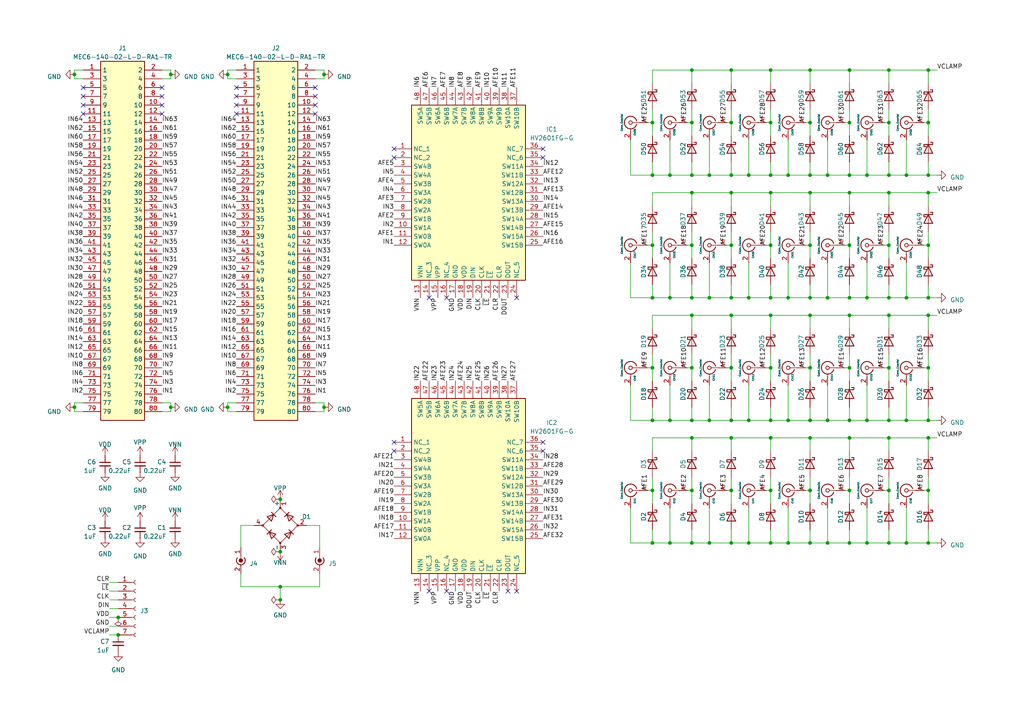
<source format=kicad_sch>
(kicad_sch (version 20230121) (generator eeschema)
  (paper "A4")
  (junction (at 269.24 142.24))
  (junction (at 234.95 121.92))
  (junction (at 212.09 86.36))
  (junction (at 269.24 71.12))
  (junction (at 21.59 21.59))
  (junction (at 212.09 71.12))
  (junction (at 257.81 121.92))
  (junction (at 246.38 91.44))
  (junction (at 49.53 21.59))
  (junction (at 269.24 157.48))
  (junction (at 93.98 21.59))
  (junction (at 246.38 71.12))
  (junction (at 34.29 184.15))
  (junction (at 189.23 106.68))
  (junction (at 257.81 71.12))
  (junction (at 217.17 121.92))
  (junction (at 194.31 50.8))
  (junction (at 217.17 50.8))
  (junction (at 257.81 142.24))
  (junction (at 223.52 71.12))
  (junction (at 223.52 50.8))
  (junction (at 234.95 55.88))
  (junction (at 223.52 20.32))
  (junction (at 262.89 50.8))
  (junction (at 262.89 86.36))
  (junction (at 269.24 55.88))
  (junction (at 269.24 86.36))
  (junction (at 246.38 86.36))
  (junction (at 234.95 157.48))
  (junction (at 200.66 121.92))
  (junction (at 246.38 20.32))
  (junction (at 212.09 55.88))
  (junction (at 240.03 157.48))
  (junction (at 200.66 71.12))
  (junction (at 251.46 157.48))
  (junction (at 189.23 35.56))
  (junction (at 269.24 127))
  (junction (at 234.95 127))
  (junction (at 246.38 142.24))
  (junction (at 269.24 50.8))
  (junction (at 240.03 50.8))
  (junction (at 34.29 179.07))
  (junction (at 200.66 20.32))
  (junction (at 223.52 91.44))
  (junction (at 223.52 86.36))
  (junction (at 217.17 157.48))
  (junction (at 257.81 127))
  (junction (at 223.52 121.92))
  (junction (at 194.31 157.48))
  (junction (at 189.23 71.12))
  (junction (at 223.52 142.24))
  (junction (at 212.09 35.56))
  (junction (at 200.66 86.36))
  (junction (at 223.52 127))
  (junction (at 200.66 106.68))
  (junction (at 200.66 55.88))
  (junction (at 228.6 86.36))
  (junction (at 234.95 35.56))
  (junction (at 66.04 21.59))
  (junction (at 212.09 20.32))
  (junction (at 212.09 142.24))
  (junction (at 200.66 142.24))
  (junction (at 234.95 91.44))
  (junction (at 246.38 55.88))
  (junction (at 246.38 35.56))
  (junction (at 257.81 50.8))
  (junction (at 212.09 106.68))
  (junction (at 205.74 86.36))
  (junction (at 217.17 86.36))
  (junction (at 212.09 91.44))
  (junction (at 49.53 118.11))
  (junction (at 234.95 142.24))
  (junction (at 257.81 35.56))
  (junction (at 189.23 157.48))
  (junction (at 200.66 127))
  (junction (at 212.09 50.8))
  (junction (at 205.74 157.48))
  (junction (at 205.74 121.92))
  (junction (at 81.28 160.02))
  (junction (at 269.24 20.32))
  (junction (at 200.66 157.48))
  (junction (at 240.03 121.92))
  (junction (at 21.59 118.11))
  (junction (at 246.38 106.68))
  (junction (at 269.24 121.92))
  (junction (at 228.6 121.92))
  (junction (at 212.09 127))
  (junction (at 205.74 50.8))
  (junction (at 81.28 144.78))
  (junction (at 212.09 121.92))
  (junction (at 194.31 121.92))
  (junction (at 251.46 50.8))
  (junction (at 269.24 35.56))
  (junction (at 223.52 35.56))
  (junction (at 262.89 121.92))
  (junction (at 223.52 157.48))
  (junction (at 257.81 20.32))
  (junction (at 251.46 121.92))
  (junction (at 212.09 157.48))
  (junction (at 93.98 118.11))
  (junction (at 234.95 86.36))
  (junction (at 189.23 50.8))
  (junction (at 81.28 173.99))
  (junction (at 200.66 50.8))
  (junction (at 234.95 106.68))
  (junction (at 223.52 106.68))
  (junction (at 251.46 86.36))
  (junction (at 189.23 121.92))
  (junction (at 246.38 127))
  (junction (at 246.38 121.92))
  (junction (at 200.66 91.44))
  (junction (at 228.6 50.8))
  (junction (at 200.66 35.56))
  (junction (at 257.81 55.88))
  (junction (at 228.6 157.48))
  (junction (at 269.24 91.44))
  (junction (at 246.38 157.48))
  (junction (at 234.95 50.8))
  (junction (at 234.95 20.32))
  (junction (at 189.23 86.36))
  (junction (at 257.81 157.48))
  (junction (at 223.52 55.88))
  (junction (at 189.23 142.24))
  (junction (at 262.89 157.48))
  (junction (at 257.81 86.36))
  (junction (at 246.38 50.8))
  (junction (at 66.04 118.11))
  (junction (at 257.81 91.44))
  (junction (at 81.28 170.18))
  (junction (at 194.31 86.36))
  (junction (at 257.81 106.68))
  (junction (at 240.03 86.36))
  (junction (at 234.95 71.12))
  (junction (at 269.24 106.68))
  (no_connect (at 149.86 86.36))
  (no_connect (at 91.44 27.94))
  (no_connect (at 114.3 130.81))
  (no_connect (at 147.32 171.45))
  (no_connect (at 157.48 128.27))
  (no_connect (at 46.99 27.94))
  (no_connect (at 124.46 171.45))
  (no_connect (at 24.13 27.94))
  (no_connect (at 114.3 45.72))
  (no_connect (at 68.58 30.48))
  (no_connect (at 46.99 33.02))
  (no_connect (at 157.48 43.18))
  (no_connect (at 91.44 30.48))
  (no_connect (at 129.54 86.36))
  (no_connect (at 114.3 43.18))
  (no_connect (at 157.48 45.72))
  (no_connect (at 124.46 86.36))
  (no_connect (at 24.13 25.4))
  (no_connect (at 91.44 25.4))
  (no_connect (at 149.86 171.45))
  (no_connect (at 157.48 130.81))
  (no_connect (at 24.13 33.02))
  (no_connect (at 68.58 25.4))
  (no_connect (at 91.44 33.02))
  (no_connect (at 46.99 25.4))
  (no_connect (at 24.13 30.48))
  (no_connect (at 68.58 27.94))
  (no_connect (at 46.99 30.48))
  (no_connect (at 114.3 128.27))
  (no_connect (at 129.54 171.45))
  (no_connect (at 68.58 33.02))
  (wire (pts (xy 21.59 22.86) (xy 24.13 22.86)))
  (wire (pts (xy 269.24 91.44) (xy 269.24 95.25)))
  (wire (pts (xy 223.52 91.44) (xy 223.52 95.25)))
  (wire (pts (xy 257.81 74.93) (xy 257.81 71.12)))
  (wire (pts (xy 200.66 20.32) (xy 212.09 20.32)))
  (wire (pts (xy 212.09 86.36) (xy 217.17 86.36)))
  (wire (pts (xy 234.95 74.93) (xy 234.95 71.12)))
  (wire (pts (xy 269.24 106.68) (xy 267.97 106.68)))
  (wire (pts (xy 31.75 179.07) (xy 34.29 179.07)))
  (wire (pts (xy 223.52 71.12) (xy 222.25 71.12)))
  (wire (pts (xy 269.24 86.36) (xy 271.78 86.36)))
  (wire (pts (xy 240.03 50.8) (xy 246.38 50.8)))
  (wire (pts (xy 200.66 50.8) (xy 205.74 50.8)))
  (wire (pts (xy 246.38 31.75) (xy 246.38 35.56)))
  (wire (pts (xy 212.09 142.24) (xy 212.09 146.05)))
  (wire (pts (xy 205.74 86.36) (xy 212.09 86.36)))
  (wire (pts (xy 49.53 20.32) (xy 49.53 21.59)))
  (wire (pts (xy 217.17 147.32) (xy 217.17 157.48)))
  (wire (pts (xy 194.31 76.2) (xy 194.31 86.36)))
  (wire (pts (xy 234.95 153.67) (xy 234.95 157.48)))
  (wire (pts (xy 189.23 55.88) (xy 200.66 55.88)))
  (wire (pts (xy 223.52 31.75) (xy 223.52 35.56)))
  (wire (pts (xy 212.09 91.44) (xy 223.52 91.44)))
  (wire (pts (xy 251.46 76.2) (xy 251.46 86.36)))
  (wire (pts (xy 246.38 91.44) (xy 246.38 95.25)))
  (wire (pts (xy 189.23 46.99) (xy 189.23 50.8)))
  (wire (pts (xy 223.52 55.88) (xy 234.95 55.88)))
  (wire (pts (xy 257.81 35.56) (xy 257.81 31.75)))
  (wire (pts (xy 223.52 20.32) (xy 223.52 24.13)))
  (wire (pts (xy 189.23 106.68) (xy 187.96 106.68)))
  (wire (pts (xy 234.95 50.8) (xy 240.03 50.8)))
  (wire (pts (xy 240.03 40.64) (xy 240.03 50.8)))
  (wire (pts (xy 257.81 138.43) (xy 257.81 142.24)))
  (wire (pts (xy 194.31 111.76) (xy 194.31 121.92)))
  (wire (pts (xy 234.95 106.68) (xy 233.68 106.68)))
  (wire (pts (xy 246.38 86.36) (xy 251.46 86.36)))
  (wire (pts (xy 257.81 142.24) (xy 257.81 146.05)))
  (wire (pts (xy 269.24 67.31) (xy 269.24 71.12)))
  (wire (pts (xy 212.09 121.92) (xy 217.17 121.92)))
  (wire (pts (xy 200.66 31.75) (xy 200.66 35.56)))
  (wire (pts (xy 269.24 71.12) (xy 267.97 71.12)))
  (wire (pts (xy 251.46 50.8) (xy 257.81 50.8)))
  (wire (pts (xy 257.81 142.24) (xy 256.54 142.24)))
  (wire (pts (xy 269.24 142.24) (xy 269.24 146.05)))
  (wire (pts (xy 66.04 119.38) (xy 68.58 119.38)))
  (wire (pts (xy 262.89 157.48) (xy 269.24 157.48)))
  (wire (pts (xy 200.66 46.99) (xy 200.66 50.8)))
  (wire (pts (xy 246.38 50.8) (xy 251.46 50.8)))
  (wire (pts (xy 223.52 91.44) (xy 234.95 91.44)))
  (wire (pts (xy 269.24 55.88) (xy 271.78 55.88)))
  (wire (pts (xy 269.24 118.11) (xy 269.24 121.92)))
  (wire (pts (xy 257.81 50.8) (xy 262.89 50.8)))
  (wire (pts (xy 246.38 39.37) (xy 246.38 35.56)))
  (wire (pts (xy 212.09 106.68) (xy 210.82 106.68)))
  (wire (pts (xy 246.38 20.32) (xy 257.81 20.32)))
  (wire (pts (xy 187.96 142.24) (xy 189.23 142.24)))
  (wire (pts (xy 194.31 147.32) (xy 194.31 157.48)))
  (wire (pts (xy 223.52 20.32) (xy 234.95 20.32)))
  (wire (pts (xy 69.85 170.18) (xy 81.28 170.18)))
  (wire (pts (xy 189.23 67.31) (xy 189.23 71.12)))
  (wire (pts (xy 262.89 76.2) (xy 262.89 86.36)))
  (wire (pts (xy 200.66 153.67) (xy 200.66 157.48)))
  (wire (pts (xy 200.66 127) (xy 212.09 127)))
  (wire (pts (xy 246.38 71.12) (xy 245.11 71.12)))
  (wire (pts (xy 21.59 20.32) (xy 24.13 20.32)))
  (wire (pts (xy 212.09 35.56) (xy 212.09 39.37)))
  (wire (pts (xy 31.75 171.45) (xy 34.29 171.45)))
  (wire (pts (xy 217.17 121.92) (xy 223.52 121.92)))
  (wire (pts (xy 210.82 142.24) (xy 212.09 142.24)))
  (wire (pts (xy 66.04 20.32) (xy 68.58 20.32)))
  (wire (pts (xy 200.66 71.12) (xy 200.66 74.93)))
  (wire (pts (xy 223.52 106.68) (xy 222.25 106.68)))
  (wire (pts (xy 189.23 157.48) (xy 194.31 157.48)))
  (wire (pts (xy 73.66 152.4) (xy 69.85 152.4)))
  (wire (pts (xy 269.24 142.24) (xy 267.97 142.24)))
  (wire (pts (xy 234.95 110.49) (xy 234.95 106.68)))
  (wire (pts (xy 217.17 157.48) (xy 223.52 157.48)))
  (wire (pts (xy 228.6 157.48) (xy 234.95 157.48)))
  (wire (pts (xy 93.98 20.32) (xy 93.98 21.59)))
  (wire (pts (xy 262.89 86.36) (xy 269.24 86.36)))
  (wire (pts (xy 21.59 119.38) (xy 24.13 119.38)))
  (wire (pts (xy 21.59 116.84) (xy 24.13 116.84)))
  (wire (pts (xy 217.17 76.2) (xy 217.17 86.36)))
  (wire (pts (xy 223.52 71.12) (xy 223.52 74.93)))
  (wire (pts (xy 200.66 67.31) (xy 200.66 71.12)))
  (wire (pts (xy 205.74 50.8) (xy 212.09 50.8)))
  (wire (pts (xy 189.23 39.37) (xy 189.23 35.56)))
  (wire (pts (xy 240.03 111.76) (xy 240.03 121.92)))
  (wire (pts (xy 182.88 157.48) (xy 189.23 157.48)))
  (wire (pts (xy 200.66 91.44) (xy 212.09 91.44)))
  (wire (pts (xy 66.04 118.11) (xy 66.04 119.38)))
  (wire (pts (xy 21.59 116.84) (xy 21.59 118.11)))
  (wire (pts (xy 269.24 31.75) (xy 269.24 35.56)))
  (wire (pts (xy 257.81 102.87) (xy 257.81 106.68)))
  (wire (pts (xy 200.66 91.44) (xy 200.66 95.25)))
  (wire (pts (xy 223.52 55.88) (xy 223.52 59.69)))
  (wire (pts (xy 31.75 181.61) (xy 34.29 181.61)))
  (wire (pts (xy 257.81 35.56) (xy 257.81 39.37)))
  (wire (pts (xy 246.38 102.87) (xy 246.38 106.68)))
  (wire (pts (xy 257.81 55.88) (xy 257.81 59.69)))
  (wire (pts (xy 189.23 86.36) (xy 194.31 86.36)))
  (wire (pts (xy 46.99 119.38) (xy 49.53 119.38)))
  (wire (pts (xy 212.09 74.93) (xy 212.09 71.12)))
  (wire (pts (xy 262.89 40.64) (xy 262.89 50.8)))
  (wire (pts (xy 257.81 71.12) (xy 256.54 71.12)))
  (wire (pts (xy 234.95 82.55) (xy 234.95 86.36)))
  (wire (pts (xy 212.09 102.87) (xy 212.09 106.68)))
  (wire (pts (xy 234.95 35.56) (xy 233.68 35.56)))
  (wire (pts (xy 246.38 20.32) (xy 246.38 24.13)))
  (wire (pts (xy 269.24 50.8) (xy 271.78 50.8)))
  (wire (pts (xy 182.88 86.36) (xy 189.23 86.36)))
  (wire (pts (xy 66.04 20.32) (xy 66.04 21.59)))
  (wire (pts (xy 246.38 146.05) (xy 246.38 142.24)))
  (wire (pts (xy 257.81 121.92) (xy 262.89 121.92)))
  (wire (pts (xy 269.24 39.37) (xy 269.24 35.56)))
  (wire (pts (xy 212.09 91.44) (xy 212.09 95.25)))
  (wire (pts (xy 81.28 170.18) (xy 81.28 173.99)))
  (wire (pts (xy 234.95 157.48) (xy 240.03 157.48)))
  (wire (pts (xy 269.24 91.44) (xy 271.78 91.44)))
  (wire (pts (xy 256.54 35.56) (xy 257.81 35.56)))
  (wire (pts (xy 200.66 35.56) (xy 199.39 35.56)))
  (wire (pts (xy 21.59 20.32) (xy 21.59 21.59)))
  (wire (pts (xy 228.6 40.64) (xy 228.6 50.8)))
  (wire (pts (xy 189.23 121.92) (xy 194.31 121.92)))
  (wire (pts (xy 251.46 111.76) (xy 251.46 121.92)))
  (wire (pts (xy 49.53 21.59) (xy 49.53 22.86)))
  (wire (pts (xy 194.31 121.92) (xy 200.66 121.92)))
  (wire (pts (xy 251.46 157.48) (xy 257.81 157.48)))
  (wire (pts (xy 262.89 147.32) (xy 262.89 157.48)))
  (wire (pts (xy 257.81 106.68) (xy 257.81 110.49)))
  (wire (pts (xy 182.88 50.8) (xy 189.23 50.8)))
  (wire (pts (xy 257.81 118.11) (xy 257.81 121.92)))
  (wire (pts (xy 217.17 40.64) (xy 217.17 50.8)))
  (wire (pts (xy 269.24 110.49) (xy 269.24 106.68)))
  (wire (pts (xy 69.85 152.4) (xy 69.85 158.75)))
  (wire (pts (xy 269.24 138.43) (xy 269.24 142.24)))
  (wire (pts (xy 189.23 50.8) (xy 194.31 50.8)))
  (wire (pts (xy 246.38 127) (xy 246.38 130.81)))
  (wire (pts (xy 257.81 127) (xy 257.81 130.81)))
  (wire (pts (xy 66.04 116.84) (xy 68.58 116.84)))
  (wire (pts (xy 21.59 118.11) (xy 21.59 119.38)))
  (wire (pts (xy 200.66 138.43) (xy 200.66 142.24)))
  (wire (pts (xy 223.52 138.43) (xy 223.52 142.24)))
  (wire (pts (xy 205.74 40.64) (xy 205.74 50.8)))
  (wire (pts (xy 269.24 20.32) (xy 271.78 20.32)))
  (wire (pts (xy 251.46 147.32) (xy 251.46 157.48)))
  (wire (pts (xy 257.81 20.32) (xy 269.24 20.32)))
  (wire (pts (xy 189.23 130.81) (xy 189.23 127)))
  (wire (pts (xy 212.09 50.8) (xy 217.17 50.8)))
  (wire (pts (xy 246.38 121.92) (xy 251.46 121.92)))
  (wire (pts (xy 200.66 127) (xy 200.66 130.81)))
  (wire (pts (xy 234.95 127) (xy 234.95 130.81)))
  (wire (pts (xy 257.81 46.99) (xy 257.81 50.8)))
  (wire (pts (xy 212.09 127) (xy 212.09 130.81)))
  (wire (pts (xy 223.52 157.48) (xy 228.6 157.48)))
  (wire (pts (xy 200.66 121.92) (xy 205.74 121.92)))
  (wire (pts (xy 92.71 158.75) (xy 92.71 152.4)))
  (wire (pts (xy 212.09 20.32) (xy 212.09 24.13)))
  (wire (pts (xy 246.38 127) (xy 257.81 127)))
  (wire (pts (xy 240.03 147.32) (xy 240.03 157.48)))
  (wire (pts (xy 200.66 39.37) (xy 200.66 35.56)))
  (wire (pts (xy 49.53 116.84) (xy 49.53 118.11)))
  (wire (pts (xy 257.81 91.44) (xy 257.81 95.25)))
  (wire (pts (xy 194.31 50.8) (xy 200.66 50.8)))
  (wire (pts (xy 93.98 21.59) (xy 93.98 22.86)))
  (wire (pts (xy 246.38 35.56) (xy 245.11 35.56)))
  (wire (pts (xy 189.23 91.44) (xy 189.23 95.25)))
  (wire (pts (xy 246.38 157.48) (xy 251.46 157.48)))
  (wire (pts (xy 240.03 121.92) (xy 246.38 121.92)))
  (wire (pts (xy 223.52 127) (xy 234.95 127)))
  (wire (pts (xy 189.23 74.93) (xy 189.23 71.12)))
  (wire (pts (xy 189.23 127) (xy 200.66 127)))
  (wire (pts (xy 246.38 55.88) (xy 246.38 59.69)))
  (wire (pts (xy 246.38 153.67) (xy 246.38 157.48)))
  (wire (pts (xy 246.38 71.12) (xy 246.38 74.93)))
  (wire (pts (xy 257.81 106.68) (xy 256.54 106.68)))
  (wire (pts (xy 93.98 116.84) (xy 93.98 118.11)))
  (wire (pts (xy 217.17 86.36) (xy 223.52 86.36)))
  (wire (pts (xy 245.11 106.68) (xy 246.38 106.68)))
  (wire (pts (xy 262.89 111.76) (xy 262.89 121.92)))
  (wire (pts (xy 205.74 157.48) (xy 212.09 157.48)))
  (wire (pts (xy 269.24 102.87) (xy 269.24 106.68)))
  (wire (pts (xy 234.95 20.32) (xy 246.38 20.32)))
  (wire (pts (xy 199.39 142.24) (xy 200.66 142.24)))
  (wire (pts (xy 91.44 20.32) (xy 93.98 20.32)))
  (wire (pts (xy 91.44 116.84) (xy 93.98 116.84)))
  (wire (pts (xy 269.24 157.48) (xy 271.78 157.48)))
  (wire (pts (xy 205.74 121.92) (xy 212.09 121.92)))
  (wire (pts (xy 189.23 110.49) (xy 189.23 106.68)))
  (wire (pts (xy 228.6 50.8) (xy 234.95 50.8)))
  (wire (pts (xy 200.66 55.88) (xy 200.66 59.69)))
  (wire (pts (xy 234.95 39.37) (xy 234.95 35.56)))
  (wire (pts (xy 223.52 142.24) (xy 222.25 142.24)))
  (wire (pts (xy 240.03 86.36) (xy 246.38 86.36)))
  (wire (pts (xy 31.75 176.53) (xy 34.29 176.53)))
  (wire (pts (xy 228.6 111.76) (xy 228.6 121.92)))
  (wire (pts (xy 200.66 142.24) (xy 200.66 146.05)))
  (wire (pts (xy 223.52 82.55) (xy 223.52 86.36)))
  (wire (pts (xy 200.66 86.36) (xy 205.74 86.36)))
  (wire (pts (xy 205.74 76.2) (xy 205.74 86.36)))
  (wire (pts (xy 246.38 106.68) (xy 246.38 110.49)))
  (wire (pts (xy 217.17 50.8) (xy 223.52 50.8)))
  (wire (pts (xy 257.81 20.32) (xy 257.81 24.13)))
  (wire (pts (xy 234.95 46.99) (xy 234.95 50.8)))
  (wire (pts (xy 46.99 116.84) (xy 49.53 116.84)))
  (wire (pts (xy 234.95 138.43) (xy 234.95 142.24)))
  (wire (pts (xy 91.44 119.38) (xy 93.98 119.38)))
  (wire (pts (xy 212.09 20.32) (xy 223.52 20.32)))
  (wire (pts (xy 212.09 55.88) (xy 223.52 55.88)))
  (wire (pts (xy 234.95 146.05) (xy 234.95 142.24)))
  (wire (pts (xy 234.95 142.24) (xy 233.68 142.24)))
  (wire (pts (xy 31.75 168.91) (xy 34.29 168.91)))
  (wire (pts (xy 46.99 20.32) (xy 49.53 20.32)))
  (wire (pts (xy 223.52 106.68) (xy 223.52 110.49)))
  (wire (pts (xy 223.52 39.37) (xy 223.52 35.56)))
  (wire (pts (xy 212.09 157.48) (xy 217.17 157.48)))
  (wire (pts (xy 212.09 31.75) (xy 212.09 35.56)))
  (wire (pts (xy 234.95 71.12) (xy 233.68 71.12)))
  (wire (pts (xy 234.95 31.75) (xy 234.95 35.56)))
  (wire (pts (xy 189.23 91.44) (xy 200.66 91.44)))
  (wire (pts (xy 46.99 22.86) (xy 49.53 22.86)))
  (wire (pts (xy 223.52 118.11) (xy 223.52 121.92)))
  (wire (pts (xy 182.88 40.64) (xy 182.88 50.8)))
  (wire (pts (xy 228.6 86.36) (xy 234.95 86.36)))
  (wire (pts (xy 194.31 86.36) (xy 200.66 86.36)))
  (wire (pts (xy 257.81 86.36) (xy 262.89 86.36)))
  (wire (pts (xy 246.38 91.44) (xy 257.81 91.44)))
  (wire (pts (xy 212.09 35.56) (xy 210.82 35.56)))
  (wire (pts (xy 212.09 46.99) (xy 212.09 50.8)))
  (wire (pts (xy 189.23 142.24) (xy 189.23 146.05)))
  (wire (pts (xy 212.09 82.55) (xy 212.09 86.36)))
  (wire (pts (xy 269.24 127) (xy 269.24 130.81)))
  (wire (pts (xy 92.71 152.4) (xy 88.9 152.4)))
  (wire (pts (xy 223.52 50.8) (xy 228.6 50.8)))
  (wire (pts (xy 223.52 153.67) (xy 223.52 157.48)))
  (wire (pts (xy 262.89 121.92) (xy 269.24 121.92)))
  (wire (pts (xy 93.98 118.11) (xy 93.98 119.38)))
  (wire (pts (xy 91.44 22.86) (xy 93.98 22.86)))
  (wire (pts (xy 234.95 55.88) (xy 234.95 59.69)))
  (wire (pts (xy 234.95 55.88) (xy 246.38 55.88)))
  (wire (pts (xy 212.09 67.31) (xy 212.09 71.12)))
  (wire (pts (xy 240.03 76.2) (xy 240.03 86.36)))
  (wire (pts (xy 269.24 71.12) (xy 269.24 74.93)))
  (wire (pts (xy 246.38 138.43) (xy 246.38 142.24)))
  (wire (pts (xy 200.66 82.55) (xy 200.66 86.36)))
  (wire (pts (xy 200.66 102.87) (xy 200.66 106.68)))
  (wire (pts (xy 66.04 116.84) (xy 66.04 118.11)))
  (wire (pts (xy 223.52 102.87) (xy 223.52 106.68)))
  (wire (pts (xy 200.66 118.11) (xy 200.66 121.92)))
  (wire (pts (xy 251.46 40.64) (xy 251.46 50.8)))
  (wire (pts (xy 205.74 147.32) (xy 205.74 157.48)))
  (wire (pts (xy 21.59 21.59) (xy 21.59 22.86)))
  (wire (pts (xy 234.95 102.87) (xy 234.95 106.68)))
  (wire (pts (xy 212.09 118.11) (xy 212.09 121.92)))
  (wire (pts (xy 66.04 22.86) (xy 68.58 22.86)))
  (wire (pts (xy 194.31 40.64) (xy 194.31 50.8)))
  (wire (pts (xy 189.23 118.11) (xy 189.23 121.92)))
  (wire (pts (xy 240.03 157.48) (xy 246.38 157.48)))
  (wire (pts (xy 182.88 121.92) (xy 189.23 121.92)))
  (wire (pts (xy 234.95 121.92) (xy 240.03 121.92)))
  (wire (pts (xy 246.38 55.88) (xy 257.81 55.88)))
  (wire (pts (xy 257.81 153.67) (xy 257.81 157.48)))
  (wire (pts (xy 234.95 67.31) (xy 234.95 71.12)))
  (wire (pts (xy 189.23 153.67) (xy 189.23 157.48)))
  (wire (pts (xy 269.24 20.32) (xy 269.24 24.13)))
  (wire (pts (xy 223.52 35.56) (xy 222.25 35.56)))
  (wire (pts (xy 189.23 31.75) (xy 189.23 35.56)))
  (wire (pts (xy 234.95 118.11) (xy 234.95 121.92)))
  (wire (pts (xy 189.23 82.55) (xy 189.23 86.36)))
  (wire (pts (xy 212.09 127) (xy 223.52 127)))
  (wire (pts (xy 212.09 138.43) (xy 212.09 142.24)))
  (wire (pts (xy 66.04 21.59) (xy 66.04 22.86)))
  (wire (pts (xy 194.31 157.48) (xy 200.66 157.48)))
  (wire (pts (xy 212.09 71.12) (xy 210.82 71.12)))
  (wire (pts (xy 257.81 82.55) (xy 257.81 86.36)))
  (wire (pts (xy 234.95 91.44) (xy 234.95 95.25)))
  (wire (pts (xy 189.23 20.32) (xy 200.66 20.32)))
  (wire (pts (xy 182.88 111.76) (xy 182.88 121.92)))
  (wire (pts (xy 234.95 86.36) (xy 240.03 86.36)))
  (wire (pts (xy 212.09 55.88) (xy 212.09 59.69)))
  (wire (pts (xy 223.52 86.36) (xy 228.6 86.36)))
  (wire (pts (xy 234.95 127) (xy 246.38 127)))
  (wire (pts (xy 223.52 146.05) (xy 223.52 142.24)))
  (wire (pts (xy 205.74 111.76) (xy 205.74 121.92)))
  (wire (pts (xy 246.38 82.55) (xy 246.38 86.36)))
  (wire (pts (xy 189.23 71.12) (xy 187.96 71.12)))
  (wire (pts (xy 182.88 147.32) (xy 182.88 157.48)))
  (wire (pts (xy 257.81 157.48) (xy 262.89 157.48)))
  (wire (pts (xy 31.75 184.15) (xy 34.29 184.15)))
  (wire (pts (xy 200.66 106.68) (xy 199.39 106.68)))
  (wire (pts (xy 189.23 59.69) (xy 189.23 55.88)))
  (wire (pts (xy 212.09 106.68) (xy 212.09 110.49)))
  (wire (pts (xy 257.81 91.44) (xy 269.24 91.44)))
  (wire (pts (xy 223.52 67.31) (xy 223.52 71.12)))
  (wire (pts (xy 189.23 24.13) (xy 189.23 20.32)))
  (wire (pts (xy 269.24 35.56) (xy 267.97 35.56)))
  (wire (pts (xy 81.28 170.18) (xy 92.71 170.18)))
  (wire (pts (xy 31.75 173.99) (xy 34.29 173.99)))
  (wire (pts (xy 223.52 46.99) (xy 223.52 50.8)))
  (wire (pts (xy 251.46 121.92) (xy 257.81 121.92)))
  (wire (pts (xy 212.09 153.67) (xy 212.09 157.48)))
  (wire (pts (xy 269.24 82.55) (xy 269.24 86.36)))
  (wire (pts (xy 269.24 121.92) (xy 271.78 121.92)))
  (wire (pts (xy 92.71 170.18) (xy 92.71 166.37)))
  (wire (pts (xy 269.24 153.67) (xy 269.24 157.48)))
  (wire (pts (xy 200.66 20.32) (xy 200.66 24.13)))
  (wire (pts (xy 246.38 67.31) (xy 246.38 71.12)))
  (wire (pts (xy 228.6 147.32) (xy 228.6 157.48)))
  (wire (pts (xy 217.17 111.76) (xy 217.17 121.92)))
  (wire (pts (xy 223.52 121.92) (xy 228.6 121.92)))
  (wire (pts (xy 49.53 119.38) (xy 49.53 118.11)))
  (wire (pts (xy 200.66 71.12) (xy 199.39 71.12)))
  (wire (pts (xy 234.95 91.44) (xy 246.38 91.44)))
  (wire (pts (xy 182.88 76.2) (xy 182.88 86.36)))
  (wire (pts (xy 189.23 142.24) (xy 189.23 138.43)))
  (wire (pts (xy 269.24 127) (xy 271.78 127)))
  (wire (pts (xy 228.6 121.92) (xy 234.95 121.92)))
  (wire (pts (xy 257.81 55.88) (xy 269.24 55.88)))
  (wire (pts (xy 200.66 55.88) (xy 212.09 55.88)))
  (wire (pts (xy 189.23 102.87) (xy 189.23 106.68)))
  (wire (pts (xy 257.81 127) (xy 269.24 127)))
  (wire (pts (xy 246.38 46.99) (xy 246.38 50.8)))
  (wire (pts (xy 69.85 166.37) (xy 69.85 170.18)))
  (wire (pts (xy 228.6 76.2) (xy 228.6 86.36)))
  (wire (pts (xy 269.24 55.88) (xy 269.24 59.69)))
  (wire (pts (xy 246.38 118.11) (xy 246.38 121.92)))
  (wire (pts (xy 257.81 67.31) (xy 257.81 71.12)))
  (wire (pts (xy 200.66 110.49) (xy 200.66 106.68)))
  (wire (pts (xy 234.95 20.32) (xy 234.95 24.13)))
  (wire (pts (xy 269.24 46.99) (xy 269.24 50.8)))
  (wire (pts (xy 246.38 142.24) (xy 245.11 142.24)))
  (wire (pts (xy 262.89 50.8) (xy 269.24 50.8)))
  (wire (pts (xy 251.46 86.36) (xy 257.81 86.36)))
  (wire (pts (xy 189.23 35.56) (xy 187.96 35.56)))
  (wire (pts (xy 223.52 127) (xy 223.52 130.81)))
  (wire (pts (xy 200.66 157.48) (xy 205.74 157.48)))
  (label "AFE31" (at 256.54 35.56 90))
  (label "IN7" (at 127 25.4 90))
  (label "AFE9" (at 139.7 25.4 90))
  (label "IN27" (at 147.32 110.49 90))
  (label "IN57" (at 46.99 43.18 0))
  (label "AFE18" (at 114.3 148.59 180))
  (label "CLR" (at 31.75 168.91 180))
  (label "AFE2" (at 199.39 142.24 90))
  (label "IN25" (at 137.16 110.49 90))
  (label "IN32" (at 68.58 76.2 180))
  (label "AFE4" (at 222.25 142.24 90))
  (label "IN53" (at 91.44 48.26 0))
  (label "CLK" (at 139.7 86.36 270))
  (label "IN61" (at 46.99 38.1 0))
  (label "IN22" (at 24.13 88.9 180))
  (label "AFE16" (at 157.48 71.12 0))
  (label "AFE13" (at 157.48 55.88 0))
  (label "IN64" (at 24.13 35.56 180))
  (label "IN64" (at 68.58 35.56 180))
  (label "IN22" (at 121.92 110.49 90))
  (label "AFE2" (at 114.3 63.5 180))
  (label "IN11" (at 46.99 101.6 0))
  (label "IN3" (at 91.44 111.76 0))
  (label "IN5" (at 46.99 109.22 0))
  (label "IN30" (at 24.13 78.74 180))
  (label "VCLAMP" (at 271.78 127 0))
  (label "GND" (at 132.08 171.45 270))
  (label "IN5" (at 114.3 50.8 180))
  (label "IN4" (at 24.13 111.76 180))
  (label "AFE22" (at 124.46 110.49 90))
  (label "IN2" (at 114.3 66.04 180))
  (label "IN15" (at 157.48 63.5 0))
  (label "IN29" (at 91.44 78.74 0))
  (label "IN29" (at 157.48 138.43 0))
  (label "IN8" (at 24.13 106.68 180))
  (label "AFE24" (at 267.97 71.12 90))
  (label "AFE5" (at 233.68 142.24 90))
  (label "IN42" (at 68.58 63.5 180))
  (label "IN32" (at 24.13 76.2 180))
  (label "IN35" (at 46.99 71.12 0))
  (label "IN8" (at 68.58 106.68 180))
  (label "AFE12" (at 222.25 106.68 90))
  (label "IN1" (at 91.44 114.3 0))
  (label "AFE14" (at 157.48 60.96 0))
  (label "IN6" (at 68.58 109.22 180))
  (label "IN36" (at 68.58 71.12 180))
  (label "VPP" (at 127 86.36 270))
  (label "IN2" (at 24.13 114.3 180))
  (label "IN48" (at 68.58 55.88 180))
  (label "IN25" (at 46.99 83.82 0))
  (label "AFE10" (at 144.78 25.4 90))
  (label "IN56" (at 68.58 45.72 180))
  (label "AFE23" (at 256.54 71.12 90))
  (label "IN12" (at 68.58 101.6 180))
  (label "AFE29" (at 233.68 35.56 90))
  (label "VCLAMP" (at 271.78 91.44 0))
  (label "IN39" (at 91.44 66.04 0))
  (label "AFE1" (at 187.96 142.24 90))
  (label "IN36" (at 24.13 71.12 180))
  (label "AFE25" (at 187.96 35.56 90))
  (label "IN3" (at 114.3 60.96 180))
  (label "IN63" (at 46.99 35.56 0))
  (label "AFE13" (at 233.68 106.68 90))
  (label "IN57" (at 91.44 43.18 0))
  (label "IN1" (at 114.3 71.12 180))
  (label "IN4" (at 68.58 111.76 180))
  (label "IN19" (at 91.44 91.44 0))
  (label "IN23" (at 127 110.49 90))
  (label "IN50" (at 24.13 53.34 180))
  (label "IN21" (at 114.3 135.89 180))
  (label "CLK" (at 139.7 171.45 270))
  (label "IN17" (at 114.3 156.21 180))
  (label "AFE20" (at 114.3 138.43 180))
  (label "IN55" (at 46.99 45.72 0))
  (label "IN45" (at 91.44 58.42 0))
  (label "IN25" (at 91.44 83.82 0))
  (label "IN18" (at 24.13 93.98 180))
  (label "IN10" (at 24.13 104.14 180))
  (label "IN61" (at 91.44 38.1 0))
  (label "AFE29" (at 157.48 140.97 0))
  (label "AFE23" (at 129.54 110.49 90))
  (label "AFE1" (at 114.3 68.58 180))
  (label "AFE30" (at 245.11 35.56 90))
  (label "AFE9" (at 187.96 106.68 90))
  (label "VDD" (at 134.62 86.36 270))
  (label "AFE10" (at 199.39 106.68 90))
  (label "IN39" (at 46.99 66.04 0))
  (label "IN60" (at 24.13 40.64 180))
  (label "IN46" (at 68.58 58.42 180))
  (label "IN30" (at 157.48 143.51 0))
  (label "DOUT" (at 147.32 86.36 270))
  (label "VDD" (at 134.62 171.45 270))
  (label "IN31" (at 157.48 148.59 0))
  (label "IN29" (at 46.99 78.74 0))
  (label "IN26" (at 24.13 83.82 180))
  (label "AFE4" (at 114.3 53.34 180))
  (label "IN7" (at 46.99 106.68 0))
  (label "IN37" (at 46.99 68.58 0))
  (label "IN23" (at 91.44 86.36 0))
  (label "IN16" (at 157.48 68.58 0))
  (label "IN15" (at 46.99 96.52 0))
  (label "IN30" (at 68.58 78.74 180))
  (label "IN53" (at 46.99 48.26 0))
  (label "DOUT" (at 137.16 171.45 270))
  (label "IN44" (at 24.13 60.96 180))
  (label "IN7" (at 91.44 106.68 0))
  (label "AFE8" (at 267.97 142.24 90))
  (label "VPP" (at 127 171.45 270))
  (label "VCLAMP" (at 271.78 20.32 0))
  (label "IN41" (at 46.99 63.5 0))
  (label "IN9" (at 91.44 104.14 0))
  (label "AFE5" (at 114.3 48.26 180))
  (label "AFE11" (at 149.86 25.4 90))
  (label "DIN" (at 137.16 86.36 270))
  (label "IN44" (at 68.58 60.96 180))
  (label "AFE32" (at 267.97 35.56 90))
  (label "AFE3" (at 114.3 58.42 180))
  (label "IN62" (at 68.58 38.1 180))
  (label "IN49" (at 91.44 53.34 0))
  (label "AFE30" (at 157.48 146.05 0))
  (label "~{LE}" (at 142.24 86.36 270))
  (label "IN58" (at 24.13 43.18 180))
  (label "IN32" (at 157.48 153.67 0))
  (label "IN9" (at 46.99 104.14 0))
  (label "AFE6" (at 124.46 25.4 90))
  (label "AFE28" (at 222.25 35.56 90))
  (label "IN17" (at 46.99 93.98 0))
  (label "GND" (at 132.08 86.36 270))
  (label "IN5" (at 91.44 109.22 0))
  (label "IN24" (at 24.13 86.36 180))
  (label "IN52" (at 24.13 50.8 180))
  (label "IN11" (at 91.44 101.6 0))
  (label "IN45" (at 46.99 58.42 0))
  (label "IN22" (at 68.58 88.9 180))
  (label "VDD" (at 31.75 179.07 180))
  (label "IN54" (at 68.58 48.26 180))
  (label "IN12" (at 24.13 101.6 180))
  (label "AFE21" (at 233.68 71.12 90))
  (label "IN37" (at 91.44 68.58 0))
  (label "AFE27" (at 210.82 35.56 90))
  (label "AFE15" (at 157.48 66.04 0))
  (label "IN8" (at 132.08 25.4 90))
  (label "AFE8" (at 134.62 25.4 90))
  (label "AFE7" (at 256.54 142.24 90))
  (label "DIN" (at 31.75 176.53 180))
  (label "IN14" (at 24.13 99.06 180))
  (label "IN10" (at 68.58 104.14 180))
  (label "IN40" (at 24.13 66.04 180))
  (label "IN26" (at 68.58 83.82 180))
  (label "IN41" (at 91.44 63.5 0))
  (label "IN13" (at 91.44 99.06 0))
  (label "IN60" (at 68.58 40.64 180))
  (label "IN20" (at 68.58 91.44 180))
  (label "IN10" (at 142.24 25.4 90))
  (label "IN13" (at 157.48 53.34 0))
  (label "IN28" (at 157.48 133.35 0))
  (label "IN43" (at 91.44 60.96 0))
  (label "IN51" (at 46.99 50.8 0))
  (label "IN40" (at 68.58 66.04 180))
  (label "AFE32" (at 157.48 156.21 0))
  (label "IN19" (at 114.3 146.05 180))
  (label "CLK" (at 31.75 173.99 180))
  (label "IN42" (at 24.13 63.5 180))
  (label "IN18" (at 114.3 151.13 180))
  (label "IN54" (at 24.13 48.26 180))
  (label "IN34" (at 68.58 73.66 180))
  (label "IN31" (at 91.44 76.2 0))
  (label "IN1" (at 46.99 114.3 0))
  (label "CLR" (at 144.78 171.45 270))
  (label "IN20" (at 114.3 140.97 180))
  (label "IN24" (at 68.58 86.36 180))
  (label "IN55" (at 91.44 45.72 0))
  (label "IN23" (at 46.99 86.36 0))
  (label "IN34" (at 24.13 73.66 180))
  (label "IN14" (at 68.58 99.06 180))
  (label "IN28" (at 24.13 81.28 180))
  (label "IN38" (at 24.13 68.58 180))
  (label "AFE27" (at 149.86 110.49 90))
  (label "IN58" (at 68.58 43.18 180))
  (label "IN18" (at 68.58 93.98 180))
  (label "IN13" (at 46.99 99.06 0))
  (label "AFE17" (at 187.96 71.12 90))
  (label "AFE31" (at 157.48 151.13 0))
  (label "AFE3" (at 210.82 142.24 90))
  (label "AFE21" (at 114.3 133.35 180))
  (label "IN33" (at 91.44 73.66 0))
  (label "AFE17" (at 114.3 153.67 180))
  (label "IN33" (at 46.99 73.66 0))
  (label "IN27" (at 91.44 81.28 0))
  (label "AFE18" (at 199.39 71.12 90))
  (label "IN27" (at 46.99 81.28 0))
  (label "IN6" (at 121.92 25.4 90))
  (label "AFE22" (at 245.11 71.12 90))
  (label "IN47" (at 46.99 55.88 0))
  (label "IN20" (at 24.13 91.44 180))
  (label "IN56" (at 24.13 45.72 180))
  (label "CLR" (at 144.78 86.36 270))
  (label "VCLAMP" (at 271.78 55.88 0))
  (label "IN50" (at 68.58 53.34 180))
  (label "IN6" (at 24.13 109.22 180))
  (label "IN16" (at 24.13 96.52 180))
  (label "AFE6" (at 245.11 142.24 90))
  (label "AFE16" (at 267.97 106.68 90))
  (label "GND" (at 31.75 181.61 180))
  (label "AFE20" (at 222.25 71.12 90))
  (label "IN28" (at 68.58 81.28 180))
  (label "IN19" (at 46.99 91.44 0))
  (label "IN14" (at 157.48 58.42 0))
  (label "IN47" (at 91.44 55.88 0))
  (label "IN9" (at 137.16 25.4 90))
  (label "IN48" (at 24.13 55.88 180))
  (label "IN4" (at 114.3 55.88 180))
  (label "IN21" (at 91.44 88.9 0))
  (label "AFE26" (at 144.78 110.49 90))
  (label "IN16" (at 68.58 96.52 180))
  (label "VNN" (at 121.92 86.36 270))
  (label "IN26" (at 142.24 110.49 90))
  (label "IN21" (at 46.99 88.9 0))
  (label "IN2" (at 68.58 114.3 180))
  (label "IN62" (at 24.13 38.1 180))
  (label "AFE15" (at 256.54 106.68 90))
  (label "IN35" (at 91.44 71.12 0))
  (label "IN12" (at 157.48 48.26 0))
  (label "IN11" (at 147.32 25.4 90))
  (label "AFE11" (at 210.82 106.68 90))
  (label "IN59" (at 91.44 40.64 0))
  (label "AFE28" (at 157.48 135.89 0))
  (label "IN46" (at 24.13 58.42 180))
  (label "IN63" (at 91.44 35.56 0))
  (label "AFE14" (at 245.11 106.68 90))
  (label "AFE26" (at 199.39 35.56 90))
  (label "IN15" (at 91.44 96.52 0))
  (label "VNN" (at 121.92 171.45 270))
  (label "AFE12" (at 157.48 50.8 0))
  (label "IN51" (at 91.44 50.8 0))
  (label "VCLAMP" (at 31.75 184.15 180))
  (label "IN17" (at 91.44 93.98 0))
  (label "IN49" (at 46.99 53.34 0))
  (label "AFE25" (at 139.7 110.49 90))
  (label "IN31" (at 46.99 76.2 0))
  (label "IN43" (at 46.99 60.96 0))
  (label "IN24" (at 132.08 110.49 90))
  (label "AFE19" (at 210.82 71.12 90))
  (label "IN38" (at 68.58 68.58 180))
  (label "AFE7" (at 129.54 25.4 90))
  (label "~{LE}" (at 142.24 171.45 270))
  (label "AFE24" (at 134.62 110.49 90))
  (label "IN59" (at 46.99 40.64 0))
  (label "IN3" (at 46.99 111.76 0))
  (label "IN52" (at 68.58 50.8 180))
  (label "~{LE}" (at 31.75 171.45 180))
  (label "AFE19" (at 114.3 143.51 180))
  (symbol (lib_id "Connector:Conn_Coaxial") (at 228.6 35.56 0) (mirror y) (unit 1)
    (property "Reference" "CH29" (at 229.87 39.37 90) (effects (font (size 0.5 0.5)) (justify left)))
    (property "Value" "Conn_Coaxial" (at 226.06 38.1 90) (effects (font (size 0.5 0.5)) (justify left)))
    (property "Footprint" "SamacSys_Parts:1420701201" (effects hide))
    (property "Datasheet" " ~" (effects hide))
  )
  (symbol (lib_id "Diode:SB120") (at 246.38 78.74 270) (unit 1)
    (property "Reference" "D44" (at 243.84 78.74 0))
    (property "Footprint" "Diode_SMD:D_0201_0603Metric" (effects hide))
    (property "Datasheet" "https://www.infineon.com/dgdl/Infineon-BAT15-02LS-DS-v02_00-EN.pdf?fileId=5546d46265f064ff01663895fe504e7d" (effects hide))
  )
  (symbol (lib_id "Diode:SB120") (at 200.66 78.74 270) (unit 1)
    (property "Reference" "D36" (at 198.12 78.74 0))
    (property "Footprint" "Diode_SMD:D_0201_0603Metric" (effects hide))
    (property "Datasheet" "https://www.infineon.com/dgdl/Infineon-BAT15-02LS-DS-v02_00-EN.pdf?fileId=5546d46265f064ff01663895fe504e7d" (effects hide))
  )
  (symbol (lib_id "Diode:SB120") (at 223.52 78.74 270) (unit 1)
    (property "Reference" "D40" (at 220.98 78.74 0))
    (property "Footprint" "Diode_SMD:D_0201_0603Metric" (effects hide))
    (property "Datasheet" "https://www.infineon.com/dgdl/Infineon-BAT15-02LS-DS-v02_00-EN.pdf?fileId=5546d46265f064ff01663895fe504e7d" (effects hide))
  )
  (symbol (lib_id "Connector:Conn_Coaxial") (at 182.88 106.68 0) (mirror y) (unit 1)
    (property "Reference" "CH9" (at 184.15 110.49 90) (effects (font (size 0.5 0.5)) (justify left)))
    (property "Value" "Conn_Coaxial" (at 180.34 109.22 90) (effects (font (size 0.5 0.5)) (justify left)))
    (property "Footprint" "SamacSys_Parts:1420701201" (effects hide))
    (property "Datasheet" " ~" (effects hide))
  )
  (symbol (lib_id "power:GND") (at 271.78 121.92 90) (unit 1)
    (property "Reference" "#PWR027" (effects hide))
    (property "Value" "GND" (at 275.59 122.555 90) (effects (justify right)))
  )
  (symbol (lib_id "Diode:SB120") (at 189.23 78.74 270) (unit 1)
    (property "Reference" "D34" (at 186.69 78.74 0))
    (property "Footprint" "Diode_SMD:D_0201_0603Metric" (effects hide))
    (property "Datasheet" "https://www.infineon.com/dgdl/Infineon-BAT15-02LS-DS-v02_00-EN.pdf?fileId=5546d46265f064ff01663895fe504e7d" (effects hide))
  )
  (symbol (lib_id "power:GND") (at 271.78 86.36 90) (unit 1)
    (property "Reference" "#PWR026" (effects hide))
    (property "Value" "GND" (at 275.59 86.995 90) (effects (justify right)))
  )
  (symbol (lib_id "Device:C_Small") (at 34.29 186.69 0) (mirror y) (unit 1)
    (property "Reference" "C7" (at 31.75 186.0613 0) (effects (justify left)))
    (property "Value" "1uF" (at 31.75 188.6013 0) (effects (justify left)))
    (property "Footprint" "Capacitor_SMD:C_1210_3225Metric" (effects hide))
  )
  (symbol (lib_id "Connector:Conn_Coaxial") (at 182.88 142.24 0) (mirror y) (unit 1)
    (property "Reference" "CH1" (at 184.15 146.05 90) (effects (font (size 0.5 0.5)) (justify left)))
    (property "Value" "Conn_Coaxial" (at 180.34 144.78 90) (effects (font (size 0.5 0.5)) (justify left)))
    (property "Footprint" "SamacSys_Parts:1420701201" (effects hide))
    (property "Datasheet" " ~" (effects hide))
  )
  (symbol (lib_id "power:GND") (at 40.64 137.16 0) (unit 1)
    (property "Reference" "#PWR09" (effects hide))
    (property "Value" "GND" (at 40.64 142.24 0))
  )
  (symbol (lib_id "Connector:Conn_Coaxial") (at 182.88 35.56 0) (mirror y) (unit 1)
    (property "Reference" "CH25" (at 184.15 39.37 90) (effects (font (size 0.5 0.5)) (justify left)))
    (property "Value" "Conn_Coaxial" (at 180.34 38.1 90) (effects (font (size 0.5 0.5)) (justify left)))
    (property "Footprint" "SamacSys_Parts:1420701201" (effects hide))
    (property "Datasheet" " ~" (effects hide))
  )
  (symbol (lib_id "Diode:SB120") (at 257.81 43.18 270) (unit 1)
    (property "Reference" "D62" (at 255.27 43.18 0))
    (property "Footprint" "Diode_SMD:D_0201_0603Metric" (effects hide))
    (property "Datasheet" "https://www.infineon.com/dgdl/Infineon-BAT15-02LS-DS-v02_00-EN.pdf?fileId=5546d46265f064ff01663895fe504e7d" (effects hide))
  )
  (symbol (lib_id "Connector:Conn_Coaxial") (at 217.17 106.68 0) (mirror y) (unit 1)
    (property "Reference" "CH12" (at 218.44 110.49 90) (effects (font (size 0.5 0.5)) (justify left)))
    (property "Value" "Conn_Coaxial" (at 214.63 109.22 90) (effects (font (size 0.5 0.5)) (justify left)))
    (property "Footprint" "SamacSys_Parts:1420701201" (effects hide))
    (property "Datasheet" " ~" (effects hide))
  )
  (symbol (lib_id "Device:C_Small") (at 30.48 134.62 0) (mirror y) (unit 1)
    (property "Reference" "C6" (at 27.94 133.9913 0) (effects (justify left)))
    (property "Value" "1uF" (at 27.94 136.5313 0) (effects (justify left)))
    (property "Footprint" "Capacitor_SMD:C_1210_3225Metric" (effects hide))
  )
  (symbol (lib_id "Diode:SB120") (at 189.23 99.06 270) (unit 1)
    (property "Reference" "D19" (at 186.69 99.06 0))
    (property "Footprint" "Diode_SMD:D_0201_0603Metric" (effects hide))
    (property "Datasheet" "https://www.infineon.com/dgdl/Infineon-BAT15-02LS-DS-v02_00-EN.pdf?fileId=5546d46265f064ff01663895fe504e7d" (effects hide))
  )
  (symbol (lib_id "Diode:SB120") (at 223.52 43.18 270) (unit 1)
    (property "Reference" "D56" (at 220.98 43.18 0))
    (property "Footprint" "Diode_SMD:D_0201_0603Metric" (effects hide))
    (property "Datasheet" "https://www.infineon.com/dgdl/Infineon-BAT15-02LS-DS-v02_00-EN.pdf?fileId=5546d46265f064ff01663895fe504e7d" (effects hide))
  )
  (symbol (lib_id "power:VDD") (at 30.48 151.13 0) (unit 1)
    (property "Reference" "#PWR05" (effects hide))
    (property "Value" "VDD" (at 30.48 147.955 0))
  )
  (symbol (lib_id "power:GND") (at 49.53 118.11 90) (unit 1)
    (property "Reference" "#PWR013" (effects hide))
    (property "Value" "GND" (at 53.34 118.745 90) (effects (justify right)))
  )
  (symbol (lib_id "Diode:SB120") (at 200.66 43.18 270) (unit 1)
    (property "Reference" "D52" (at 198.12 43.18 0))
    (property "Footprint" "Diode_SMD:D_0201_0603Metric" (effects hide))
    (property "Datasheet" "https://www.infineon.com/dgdl/Infineon-BAT15-02LS-DS-v02_00-EN.pdf?fileId=5546d46265f064ff01663895fe504e7d" (effects hide))
  )
  (symbol (lib_id "power:VPP") (at 81.28 144.78 0) (unit 1)
    (property "Reference" "#PWR020" (effects hide))
    (property "Value" "VPP" (at 81.28 141.605 0))
  )
  (symbol (lib_id "Diode:SB120") (at 200.66 114.3 270) (unit 1)
    (property "Reference" "D20" (at 198.12 114.3 0))
    (property "Footprint" "Diode_SMD:D_0201_0603Metric" (effects hide))
    (property "Datasheet" "https://www.infineon.com/dgdl/Infineon-BAT15-02LS-DS-v02_00-EN.pdf?fileId=5546d46265f064ff01663895fe504e7d" (effects hide))
  )
  (symbol (lib_id "Connector:Conn_Coaxial") (at 262.89 71.12 0) (mirror y) (unit 1)
    (property "Reference" "CH24" (at 264.16 74.93 90) (effects (font (size 0.5 0.5)) (justify left)))
    (property "Value" "Conn_Coaxial" (at 260.35 73.66 90) (effects (font (size 0.5 0.5)) (justify left)))
    (property "Footprint" "SamacSys_Parts:1420701201" (effects hide))
    (property "Datasheet" " ~" (effects hide))
  )
  (symbol (lib_id "Diode:SB120") (at 234.95 27.94 270) (unit 1)
    (property "Reference" "D59" (at 232.41 27.94 0))
    (property "Footprint" "Diode_SMD:D_0201_0603Metric" (effects hide))
    (property "Datasheet" "https://www.infineon.com/dgdl/Infineon-BAT15-02LS-DS-v02_00-EN.pdf?fileId=5546d46265f064ff01663895fe504e7d" (effects hide))
  )
  (symbol (lib_id "Diode:SB120") (at 257.81 63.5 270) (unit 1)
    (property "Reference" "D47" (at 255.27 63.5 0))
    (property "Footprint" "Diode_SMD:D_0201_0603Metric" (effects hide))
    (property "Datasheet" "https://www.infineon.com/dgdl/Infineon-BAT15-02LS-DS-v02_00-EN.pdf?fileId=5546d46265f064ff01663895fe504e7d" (effects hide))
  )
  (symbol (lib_id "Connector:Conn_Coaxial") (at 217.17 142.24 0) (mirror y) (unit 1)
    (property "Reference" "CH4" (at 218.44 146.05 90) (effects (font (size 0.5 0.5)) (justify left)))
    (property "Value" "Conn_Coaxial" (at 214.63 144.78 90) (effects (font (size 0.5 0.5)) (justify left)))
    (property "Footprint" "SamacSys_Parts:1420701201" (effects hide))
    (property "Datasheet" " ~" (effects hide))
  )
  (symbol (lib_id "Diode:SB120") (at 234.95 99.06 270) (unit 1)
    (property "Reference" "D27" (at 232.41 99.06 0))
    (property "Footprint" "Diode_SMD:D_0201_0603Metric" (effects hide))
    (property "Datasheet" "https://www.infineon.com/dgdl/Infineon-BAT15-02LS-DS-v02_00-EN.pdf?fileId=5546d46265f064ff01663895fe504e7d" (effects hide))
  )
  (symbol (lib_id "personal:VNN") (at 81.28 160.02 0) (mirror x) (unit 1)
    (property "Reference" "#PWR021" (effects hide))
    (property "Value" "VNN" (at 81.28 163.195 0))
  )
  (symbol (lib_id "Diode:SB120") (at 200.66 63.5 270) (unit 1)
    (property "Reference" "D37" (at 198.12 63.5 0))
    (property "Footprint" "Diode_SMD:D_0201_0603Metric" (effects hide))
    (property "Datasheet" "https://www.infineon.com/dgdl/Infineon-BAT15-02LS-DS-v02_00-EN.pdf?fileId=5546d46265f064ff01663895fe504e7d" (effects hide))
  )
  (symbol (lib_id "Diode:SB120") (at 246.38 149.86 270) (unit 1)
    (property "Reference" "D12" (at 243.84 149.86 0))
    (property "Footprint" "Diode_SMD:D_0201_0603Metric" (effects hide))
    (property "Datasheet" "https://www.infineon.com/dgdl/Infineon-BAT15-02LS-DS-v02_00-EN.pdf?fileId=5546d46265f064ff01663895fe504e7d" (effects hide))
  )
  (symbol (lib_id "Diode:SB120") (at 269.24 63.5 270) (unit 1)
    (property "Reference" "D49" (at 266.7 63.5 0))
    (property "Footprint" "Diode_SMD:D_0201_0603Metric" (effects hide))
    (property "Datasheet" "https://www.infineon.com/dgdl/Infineon-BAT15-02LS-DS-v02_00-EN.pdf?fileId=5546d46265f064ff01663895fe504e7d" (effects hide))
  )
  (symbol (lib_id "Connector:Conn_Coaxial") (at 251.46 106.68 0) (mirror y) (unit 1)
    (property "Reference" "CH15" (at 252.73 110.49 90) (effects (font (size 0.5 0.5)) (justify left)))
    (property "Value" "Conn_Coaxial" (at 248.92 109.22 90) (effects (font (size 0.5 0.5)) (justify left)))
    (property "Footprint" "SamacSys_Parts:1420701201" (effects hide))
    (property "Datasheet" " ~" (effects hide))
  )
  (symbol (lib_id "Diode:SB120") (at 269.24 27.94 270) (unit 1)
    (property "Reference" "D65" (at 266.7 27.94 0))
    (property "Footprint" "Diode_SMD:D_0201_0603Metric" (effects hide))
    (property "Datasheet" "https://www.infineon.com/dgdl/Infineon-BAT15-02LS-DS-v02_00-EN.pdf?fileId=5546d46265f064ff01663895fe504e7d" (effects hide))
  )
  (symbol (lib_id "Connector:Conn_Coaxial") (at 194.31 106.68 0) (mirror y) (unit 1)
    (property "Reference" "CH10" (at 195.58 110.49 90) (effects (font (size 0.5 0.5)) (justify left)))
    (property "Value" "Conn_Coaxial" (at 191.77 109.22 90) (effects (font (size 0.5 0.5)) (justify left)))
    (property "Footprint" "SamacSys_Parts:1420701201" (effects hide))
    (property "Datasheet" " ~" (effects hide))
  )
  (symbol (lib_id "Connector:Conn_Coaxial") (at 228.6 106.68 0) (mirror y) (unit 1)
    (property "Reference" "CH13" (at 229.87 110.49 90) (effects (font (size 0.5 0.5)) (justify left)))
    (property "Value" "Conn_Coaxial" (at 226.06 109.22 90) (effects (font (size 0.5 0.5)) (justify left)))
    (property "Footprint" "SamacSys_Parts:1420701201" (effects hide))
    (property "Datasheet" " ~" (effects hide))
  )
  (symbol (lib_id "Diode:SB120") (at 200.66 27.94 270) (unit 1)
    (property "Reference" "D53" (at 198.12 27.94 0))
    (property "Footprint" "Diode_SMD:D_0201_0603Metric" (effects hide))
    (property "Datasheet" "https://www.infineon.com/dgdl/Infineon-BAT15-02LS-DS-v02_00-EN.pdf?fileId=5546d46265f064ff01663895fe504e7d" (effects hide))
  )
  (symbol (lib_id "power:GND") (at 50.8 156.21 0) (unit 1)
    (property "Reference" "#PWR017" (effects hide))
    (property "Value" "GND" (at 50.8 160.655 0))
  )
  (symbol (lib_id "Diode:SB120") (at 269.24 134.62 270) (unit 1)
    (property "Reference" "D17" (at 266.7 134.62 0))
    (property "Footprint" "Diode_SMD:D_0201_0603Metric" (effects hide))
    (property "Datasheet" "https://www.infineon.com/dgdl/Infineon-BAT15-02LS-DS-v02_00-EN.pdf?fileId=5546d46265f064ff01663895fe504e7d" (effects hide))
  )
  (symbol (lib_id "power:PWR_FLAG") (at 81.28 160.02 90) (unit 1)
    (property "Reference" "#FLG03" (effects hide))
    (property "Value" "PWR_FLAG" (effects hide))
  )
  (symbol (lib_id "Device:C_Small") (at 40.64 134.62 0) (mirror y) (unit 1)
    (property "Reference" "C5" (at 38.1 133.9913 0) (effects (justify left)))
    (property "Value" "0.22uF" (at 38.1 136.5313 0) (effects (justify left)))
    (property "Footprint" "Capacitor_SMD:C_1210_3225Metric" (effects hide))
  )
  (symbol (lib_id "Diode:SB120") (at 212.09 114.3 270) (unit 1)
    (property "Reference" "D22" (at 209.55 114.3 0))
    (property "Footprint" "Diode_SMD:D_0201_0603Metric" (effects hide))
    (property "Datasheet" "https://www.infineon.com/dgdl/Infineon-BAT15-02LS-DS-v02_00-EN.pdf?fileId=5546d46265f064ff01663895fe504e7d" (effects hide))
  )
  (symbol (lib_id "Diode:SB120") (at 257.81 114.3 270) (unit 1)
    (property "Reference" "D30" (at 255.27 114.3 0))
    (property "Footprint" "Diode_SMD:D_0201_0603Metric" (effects hide))
    (property "Datasheet" "https://www.infineon.com/dgdl/Infineon-BAT15-02LS-DS-v02_00-EN.pdf?fileId=5546d46265f064ff01663895fe504e7d" (effects hide))
  )
  (symbol (lib_id "Diode:SB120") (at 212.09 63.5 270) (unit 1)
    (property "Reference" "D39" (at 209.55 63.5 0))
    (property "Footprint" "Diode_SMD:D_0201_0603Metric" (effects hide))
    (property "Datasheet" "https://www.infineon.com/dgdl/Infineon-BAT15-02LS-DS-v02_00-EN.pdf?fileId=5546d46265f064ff01663895fe504e7d" (effects hide))
  )
  (symbol (lib_id "Connector:Conn_Coaxial") (at 262.89 142.24 0) (mirror y) (unit 1)
    (property "Reference" "CH8" (at 264.16 146.05 90) (effects (font (size 0.5 0.5)) (justify left)))
    (property "Value" "Conn_Coaxial" (at 260.35 144.78 90) (effects (font (size 0.5 0.5)) (justify left)))
    (property "Footprint" "SamacSys_Parts:1420701201" (effects hide))
    (property "Datasheet" " ~" (effects hide))
  )
  (symbol (lib_id "power:GND") (at 81.28 173.99 0) (unit 1)
    (property "Reference" "#PWR022" (effects hide))
    (property "Value" "GND" (at 81.28 178.435 0))
  )
  (symbol (lib_id "Connector:Conn_Coaxial") (at 205.74 106.68 0) (mirror y) (unit 1)
    (property "Reference" "CH11" (at 207.01 110.49 90) (effects (font (size 0.5 0.5)) (justify left)))
    (property "Value" "Conn_Coaxial" (at 203.2 109.22 90) (effects (font (size 0.5 0.5)) (justify left)))
    (property "Footprint" "SamacSys_Parts:1420701201" (effects hide))
    (property "Datasheet" " ~" (effects hide))
  )
  (symbol (lib_id "Connector:Conn_Coaxial_Power") (at 92.71 161.29 0) (unit 1)
    (property "Reference" "J5" (at 95.25 163.449 0) (effects (justify left)))
    (property "Value" "Conn_Coaxial_Power" (effects hide))
    (property "Footprint" "SamacSys_Parts:142-0701-851" (effects hide))
  )
  (symbol (lib_id "Diode:SB120") (at 189.23 114.3 270) (unit 1)
    (property "Reference" "D18" (at 186.69 114.3 0))
    (property "Footprint" "Diode_SMD:D_0201_0603Metric" (effects hide))
    (property "Datasheet" "https://www.infineon.com/dgdl/Infineon-BAT15-02LS-DS-v02_00-EN.pdf?fileId=5546d46265f064ff01663895fe504e7d" (effects hide))
  )
  (symbol (lib_id "Connector:Conn_Coaxial") (at 228.6 71.12 0) (mirror y) (unit 1)
    (property "Reference" "CH21" (at 229.87 74.93 90) (effects (font (size 0.5 0.5)) (justify left)))
    (property "Value" "Conn_Coaxial" (at 226.06 73.66 90) (effects (font (size 0.5 0.5)) (justify left)))
    (property "Footprint" "SamacSys_Parts:1420701201" (effects hide))
    (property "Datasheet" " ~" (effects hide))
  )
  (symbol (lib_id "Connector:Conn_01x07_Socket") (at 39.37 176.53 0) (unit 1)
    (property "Reference" "J3" (at 40.64 177.165 0) (effects (justify left)))
    (property "Value" "Conn_01x07_Socket" (effects hide))
    (property "Footprint" "Connector_PinHeader_2.54mm:PinHeader_1x07_P2.54mm_Vertical" (effects hide))
  )
  (symbol (lib_id "Diode:SB120") (at 200.66 149.86 270) (unit 1)
    (property "Reference" "D4" (at 198.12 149.86 0))
    (property "Footprint" "Diode_SMD:D_0201_0603Metric" (effects hide))
    (property "Datasheet" "https://www.infineon.com/dgdl/Infineon-BAT15-02LS-DS-v02_00-EN.pdf?fileId=5546d46265f064ff01663895fe504e7d" (effects hide))
  )
  (symbol (lib_id "power:GND") (at 34.29 189.23 0) (unit 1)
    (property "Reference" "#PWR07" (effects hide))
    (property "Value" "GND" (at 34.29 194.31 0))
  )
  (symbol (lib_id "Diode:SB120") (at 234.95 149.86 270) (unit 1)
    (property "Reference" "D10" (at 232.41 149.86 0))
    (property "Footprint" "Diode_SMD:D_0201_0603Metric" (effects hide))
    (property "Datasheet" "https://www.infineon.com/dgdl/Infineon-BAT15-02LS-DS-v02_00-EN.pdf?fileId=5546d46265f064ff01663895fe504e7d" (effects hide))
  )
  (symbol (lib_id "power:PWR_FLAG") (at 81.28 173.99 90) (unit 1)
    (property "Reference" "#FLG04" (effects hide))
    (property "Value" "PWR_FLAG" (effects hide))
  )
  (symbol (lib_id "power:GND") (at 30.48 156.21 0) (unit 1)
    (property "Reference" "#PWR06" (effects hide))
    (property "Value" "GND" (at 30.48 160.655 0))
  )
  (symbol (lib_id "Diode:SB120") (at 257.81 78.74 270) (unit 1)
    (property "Reference" "D46" (at 255.27 78.74 0))
    (property "Footprint" "Diode_SMD:D_0201_0603Metric" (effects hide))
    (property "Datasheet" "https://www.infineon.com/dgdl/Infineon-BAT15-02LS-DS-v02_00-EN.pdf?fileId=5546d46265f064ff01663895fe504e7d" (effects hide))
  )
  (symbol (lib_id "Connector:Conn_Coaxial") (at 262.89 106.68 0) (mirror y) (unit 1)
    (property "Reference" "CH16" (at 264.16 110.49 90) (effects (font (size 0.5 0.5)) (justify left)))
    (property "Value" "Conn_Coaxial" (at 260.35 109.22 90) (effects (font (size 0.5 0.5)) (justify left)))
    (property "Footprint" "SamacSys_Parts:1420701201" (effects hide))
    (property "Datasheet" " ~" (effects hide))
  )
  (symbol (lib_id "Diode:SB120") (at 234.95 43.18 270) (unit 1)
    (property "Reference" "D58" (at 232.41 43.18 0))
    (property "Footprint" "Diode_SMD:D_0201_0603Metric" (effects hide))
    (property "Datasheet" "https://www.infineon.com/dgdl/Infineon-BAT15-02LS-DS-v02_00-EN.pdf?fileId=5546d46265f064ff01663895fe504e7d" (effects hide))
  )
  (symbol (lib_id "Diode:SB120") (at 200.66 134.62 270) (unit 1)
    (property "Reference" "D5" (at 198.12 134.62 0))
    (property "Footprint" "Diode_SMD:D_0201_0603Metric" (effects hide))
    (property "Datasheet" "https://www.infineon.com/dgdl/Infineon-BAT15-02LS-DS-v02_00-EN.pdf?fileId=5546d46265f064ff01663895fe504e7d" (effects hide))
  )
  (symbol (lib_id "Connector:Conn_Coaxial") (at 228.6 142.24 0) (mirror y) (unit 1)
    (property "Reference" "CH5" (at 229.87 146.05 90) (effects (font (size 0.5 0.5)) (justify left)))
    (property "Value" "Conn_Coaxial" (at 226.06 144.78 90) (effects (font (size 0.5 0.5)) (justify left)))
    (property "Footprint" "SamacSys_Parts:1420701201" (effects hide))
    (property "Datasheet" " ~" (effects hide))
  )
  (symbol (lib_id "Diode:SB120") (at 223.52 114.3 270) (unit 1)
    (property "Reference" "D24" (at 220.98 114.3 0))
    (property "Footprint" "Diode_SMD:D_0201_0603Metric" (effects hide))
    (property "Datasheet" "https://www.infineon.com/dgdl/Infineon-BAT15-02LS-DS-v02_00-EN.pdf?fileId=5546d46265f064ff01663895fe504e7d" (effects hide))
  )
  (symbol (lib_id "Diode:SB120") (at 269.24 43.18 270) (unit 1)
    (property "Reference" "D64" (at 266.7 43.18 0))
    (property "Footprint" "Diode_SMD:D_0201_0603Metric" (effects hide))
    (property "Datasheet" "https://www.infineon.com/dgdl/Infineon-BAT15-02LS-DS-v02_00-EN.pdf?fileId=5546d46265f064ff01663895fe504e7d" (effects hide))
  )
  (symbol (lib_id "Diode:SB120") (at 246.38 43.18 270) (unit 1)
    (property "Reference" "D60" (at 243.84 43.18 0))
    (property "Footprint" "Diode_SMD:D_0201_0603Metric" (effects hide))
    (property "Datasheet" "https://www.infineon.com/dgdl/Infineon-BAT15-02LS-DS-v02_00-EN.pdf?fileId=5546d46265f064ff01663895fe504e7d" (effects hide))
  )
  (symbol (lib_id "power:GND") (at 40.64 156.21 0) (unit 1)
    (property "Reference" "#PWR011" (effects hide))
    (property "Value" "GND" (at 40.64 161.29 0))
  )
  (symbol (lib_id "Device:C_Small") (at 40.64 153.67 0) (mirror y) (unit 1)
    (property "Reference" "C2" (at 38.1 153.0413 0) (effects (justify left)))
    (property "Value" "0.22uF" (at 38.1 155.5813 0) (effects (justify left)))
    (property "Footprint" "Capacitor_SMD:C_1210_3225Metric" (effects hide))
  )
  (symbol (lib_id "Diode:SB120") (at 223.52 149.86 270) (unit 1)
    (property "Reference" "D8" (at 220.98 149.86 0))
    (property "Footprint" "Diode_SMD:D_0201_0603Metric" (effects hide))
    (property "Datasheet" "https://www.infineon.com/dgdl/Infineon-BAT15-02LS-DS-v02_00-EN.pdf?fileId=5546d46265f064ff01663895fe504e7d" (effects hide))
  )
  (symbol (lib_id "power:GND") (at 49.53 21.59 90) (unit 1)
    (property "Reference" "#PWR012" (effects hide))
    (property "Value" "GND" (at 53.34 22.225 90) (effects (justify right)))
  )
  (symbol (lib_id "Diode:SB120") (at 257.81 149.86 270) (unit 1)
    (property "Reference" "D14" (at 255.27 149.86 0))
    (property "Footprint" "Diode_SMD:D_0201_0603Metric" (effects hide))
    (property "Datasheet" "https://www.infineon.com/dgdl/Infineon-BAT15-02LS-DS-v02_00-EN.pdf?fileId=5546d46265f064ff01663895fe504e7d" (effects hide))
  )
  (symbol (lib_id "Connector:Conn_Coaxial") (at 240.03 71.12 0) (mirror y) (unit 1)
    (property "Reference" "CH22" (at 241.3 74.93 90) (effects (font (size 0.5 0.5)) (justify left)))
    (property "Value" "Conn_Coaxial" (at 237.49 73.66 90) (effects (font (size 0.5 0.5)) (justify left)))
    (property "Footprint" "SamacSys_Parts:1420701201" (effects hide))
    (property "Datasheet" " ~" (effects hide))
  )
  (symbol (lib_id "personal:VNN") (at 50.8 151.13 0) (unit 1)
    (property "Reference" "#PWR016" (effects hide))
    (property "Value" "VNN" (at 50.8 147.955 0))
  )
  (symbol (lib_id "SamacSys_Parts:MEC6-140-02-L-D-RA1-TR") (at 68.58 20.32 0) (unit 1)
    (property "Reference" "J2" (at 80.01 13.97 0))
    (property "Value" "MEC6-140-02-L-D-RA1-TR" (at 80.01 16.51 0))
    (property "Footprint" "MEC6-140-02-X-D-RA1-TR" (effects hide))
    (property "Datasheet" "http://suddendocs.samtec.com/prints/mec6-1xx-02-x-d-rax-xx-mkt.pdf" (effects hide))
    (property "Manufacturer_Name" "SAMTEC" (effects hide))
    (property "Manufacturer_Part_Number" "MEC6-140-02-L-D-RA1-TR" (effects hide))
    (property "Mouser Part Number" "200-MEC614002LDRA1TR" (effects hide))
    (property "Mouser Price/Stock" "https://www.mouser.com/Search/Refine.aspx?Keyword=200-MEC614002LDRA1TR" (effects hide))
    (property "Arrow Part Number" "MEC6-140-02-L-D-RA1-TR" (effects hide))
    (property "Arrow Price/Stock" "https://www.arrow.com/en/products/mec6-140-02-l-d-ra1-tr/samtec" (effects hide))
  )
  (symbol (lib_id "Connector:Conn_Coaxial_Power") (at 69.85 161.29 0) (unit 1)
    (property "Reference" "J4" (at 72.39 163.449 0) (effects (justify left)))
    (property "Value" "Conn_Coaxial_Power" (effects hide))
    (property "Footprint" "SamacSys_Parts:142-0701-851" (effects hide))
  )
  (symbol (lib_id "SamacSys_Parts:HV2601FG-G") (at 114.3 43.18 0) (unit 1)
    (property "Reference" "IC1" (at 160.02 37.4903 0))
    (property "Value" "HV2601FG-G" (at 160.02 40.0303 0))
    (property "Footprint" "QFP50P900X900X160-48N" (effects hide))
    (property "Datasheet" "https://componentsearchengine.com/Datasheets/1/HV2601FG-G.pdf" (effects hide))
    (property "Height" "1.6" (effects hide))
    (property "Manufacturer_Name" "Microchip" (effects hide))
    (property "Manufacturer_Part_Number" "HV2601FG-G" (effects hide))
    (property "Mouser Part Number" "689-HV2601FG-G" (effects hide))
    (property "Mouser Price/Stock" "https://www.mouser.co.uk/ProductDetail/Microchip-Technology/HV2601FG-G/?qs=9dFQwQorgSyusNfNR%252BoPCg%3D%3D" (effects hide))
    (property "Arrow Part Number" "HV2601FG-G" (effects hide))
    (property "Arrow Price/Stock" "https://www.arrow.com/en/products/hv2601fg-g/microchip-technology" (effects hide))
  )
  (symbol (lib_id "Diode:SB120") (at 234.95 114.3 270) (unit 1)
    (property "Reference" "D26" (at 232.41 114.3 0))
    (property "Footprint" "Diode_SMD:D_0201_0603Metric" (effects hide))
    (property "Datasheet" "https://www.infineon.com/dgdl/Infineon-BAT15-02LS-DS-v02_00-EN.pdf?fileId=5546d46265f064ff01663895fe504e7d" (effects hide))
  )
  (symbol (lib_id "Connector:Conn_Coaxial") (at 182.88 71.12 0) (mirror y) (unit 1)
    (property "Reference" "CH17" (at 184.15 74.93 90) (effects (font (size 0.5 0.5)) (justify left)))
    (property "Value" "Conn_Coaxial" (at 180.34 73.66 90) (effects (font (size 0.5 0.5)) (justify left)))
    (property "Footprint" "SamacSys_Parts:1420701201" (effects hide))
    (property "Datasheet" " ~" (effects hide))
  )
  (symbol (lib_id "SamacSys_Parts:MEC6-140-02-L-D-RA1-TR") (at 24.13 20.32 0) (unit 1)
    (property "Reference" "J1" (at 35.56 13.97 0))
    (property "Value" "MEC6-140-02-L-D-RA1-TR" (at 35.56 16.51 0))
    (property "Footprint" "MEC6-140-02-X-D-RA1-TR" (effects hide))
    (property "Datasheet" "http://suddendocs.samtec.com/prints/mec6-1xx-02-x-d-rax-xx-mkt.pdf" (effects hide))
    (property "Manufacturer_Name" "SAMTEC" (effects hide))
    (property "Manufacturer_Part_Number" "MEC6-140-02-L-D-RA1-TR" (effects hide))
    (property "Mouser Part Number" "200-MEC614002LDRA1TR" (effects hide))
    (property "Mouser Price/Stock" "https://www.mouser.com/Search/Refine.aspx?Keyword=200-MEC614002LDRA1TR" (effects hide))
    (property "Arrow Part Number" "MEC6-140-02-L-D-RA1-TR" (effects hide))
    (property "Arrow Price/Stock" "https://www.arrow.com/en/products/mec6-140-02-l-d-ra1-tr/samtec" (effects hide))
  )
  (symbol (lib_id "Diode:SB120") (at 223.52 63.5 270) (unit 1)
    (property "Reference" "D41" (at 220.98 63.5 0))
    (property "Footprint" "Diode_SMD:D_0201_0603Metric" (effects hide))
    (property "Datasheet" "https://www.infineon.com/dgdl/Infineon-BAT15-02LS-DS-v02_00-EN.pdf?fileId=5546d46265f064ff01663895fe504e7d" (effects hide))
  )
  (symbol (lib_id "Diode:SB120") (at 223.52 27.94 270) (unit 1)
    (property "Reference" "D57" (at 220.98 27.94 0))
    (property "Footprint" "Diode_SMD:D_0201_0603Metric" (effects hide))
    (property "Datasheet" "https://www.infineon.com/dgdl/Infineon-BAT15-02LS-DS-v02_00-EN.pdf?fileId=5546d46265f064ff01663895fe504e7d" (effects hide))
  )
  (symbol (lib_id "Device:C_Small") (at 50.8 153.67 0) (mirror y) (unit 1)
    (property "Reference" "C1" (at 48.26 153.0413 0) (effects (justify left)))
    (property "Value" "0.22uF" (at 48.26 155.5813 0) (effects (justify left)))
    (property "Footprint" "Capacitor_SMD:C_1210_3225Metric" (effects hide))
  )
  (symbol (lib_id "Connector:Conn_Coaxial") (at 240.03 142.24 0) (mirror y) (unit 1)
    (property "Reference" "CH6" (at 241.3 146.05 90) (effects (font (size 0.5 0.5)) (justify left)))
    (property "Value" "Conn_Coaxial" (at 237.49 144.78 90) (effects (font (size 0.5 0.5)) (justify left)))
    (property "Footprint" "SamacSys_Parts:1420701201" (effects hide))
    (property "Datasheet" " ~" (effects hide))
  )
  (symbol (lib_id "Diode:SB120") (at 269.24 149.86 270) (unit 1)
    (property "Reference" "D16" (at 266.7 149.86 0))
    (property "Footprint" "Diode_SMD:D_0201_0603Metric" (effects hide))
    (property "Datasheet" "https://www.infineon.com/dgdl/Infineon-BAT15-02LS-DS-v02_00-EN.pdf?fileId=5546d46265f064ff01663895fe504e7d" (effects hide))
  )
  (symbol (lib_id "Diode:SB120") (at 269.24 114.3 270) (unit 1)
    (property "Reference" "D32" (at 266.7 114.3 0))
    (property "Footprint" "Diode_SMD:D_0201_0603Metric" (effects hide))
    (property "Datasheet" "https://www.infineon.com/dgdl/Infineon-BAT15-02LS-DS-v02_00-EN.pdf?fileId=5546d46265f064ff01663895fe504e7d" (effects hide))
  )
  (symbol (lib_id "power:GND") (at 93.98 21.59 90) (unit 1)
    (property "Reference" "#PWR023" (effects hide))
    (property "Value" "GND" (at 97.79 22.225 90) (effects (justify right)))
  )
  (symbol (lib_id "Diode:SB120") (at 269.24 78.74 270) (unit 1)
    (property "Reference" "D48" (at 266.7 78.74 0))
    (property "Footprint" "Diode_SMD:D_0201_0603Metric" (effects hide))
    (property "Datasheet" "https://www.infineon.com/dgdl/Infineon-BAT15-02LS-DS-v02_00-EN.pdf?fileId=5546d46265f064ff01663895fe504e7d" (effects hide))
  )
  (symbol (lib_id "Diode:SB120") (at 212.09 134.62 270) (unit 1)
    (property "Reference" "D7" (at 209.55 134.62 0))
    (property "Footprint" "Diode_SMD:D_0201_0603Metric" (effects hide))
    (property "Datasheet" "https://www.infineon.com/dgdl/Infineon-BAT15-02LS-DS-v02_00-EN.pdf?fileId=5546d46265f064ff01663895fe504e7d" (effects hide))
  )
  (symbol (lib_id "Connector:Conn_Coaxial") (at 251.46 35.56 0) (mirror y) (unit 1)
    (property "Reference" "CH31" (at 252.73 39.37 90) (effects (font (size 0.5 0.5)) (justify left)))
    (property "Value" "Conn_Coaxial" (at 248.92 38.1 90) (effects (font (size 0.5 0.5)) (justify left)))
    (property "Footprint" "SamacSys_Parts:1420701201" (effects hide))
    (property "Datasheet" " ~" (effects hide))
  )
  (symbol (lib_id "Connector:Conn_Coaxial") (at 262.89 35.56 0) (mirror y) (unit 1)
    (property "Reference" "CH32" (at 264.16 39.37 90) (effects (font (size 0.5 0.5)) (justify left)))
    (property "Value" "Conn_Coaxial" (at 260.35 38.1 90) (effects (font (size 0.5 0.5)) (justify left)))
    (property "Footprint" "SamacSys_Parts:1420701201" (effects hide))
    (property "Datasheet" " ~" (effects hide))
  )
  (symbol (lib_id "Connector:Conn_Coaxial") (at 240.03 35.56 0) (mirror y) (unit 1)
    (property "Reference" "CH30" (at 241.3 39.37 90) (effects (font (size 0.5 0.5)) (justify left)))
    (property "Value" "Conn_Coaxial" (at 237.49 38.1 90) (effects (font (size 0.5 0.5)) (justify left)))
    (property "Footprint" "SamacSys_Parts:1420701201" (effects hide))
    (property "Datasheet" " ~" (effects hide))
  )
  (symbol (lib_id "Device:C_Small") (at 30.48 153.67 0) (mirror y) (unit 1)
    (property "Reference" "C3" (at 27.94 153.0413 0) (effects (justify left)))
    (property "Value" "1uF" (at 27.94 155.5813 0) (effects (justify left)))
    (property "Footprint" "Capacitor_SMD:C_1210_3225Metric" (effects hide))
  )
  (symbol (lib_id "Connector:Conn_Coaxial") (at 240.03 106.68 0) (mirror y) (unit 1)
    (property "Reference" "CH14" (at 241.3 110.49 90) (effects (font (size 0.5 0.5)) (justify left)))
    (property "Value" "Conn_Coaxial" (at 237.49 109.22 90) (effects (font (size 0.5 0.5)) (justify left)))
    (property "Footprint" "SamacSys_Parts:1420701201" (effects hide))
    (property "Datasheet" " ~" (effects hide))
  )
  (symbol (lib_id "Diode:SB120") (at 189.23 134.62 270) (unit 1)
    (property "Reference" "D3" (at 186.69 134.62 0))
    (property "Footprint" "Diode_SMD:D_0201_0603Metric" (effects hide))
    (property "Datasheet" "https://www.infineon.com/dgdl/Infineon-BAT15-02LS-DS-v02_00-EN.pdf?fileId=5546d46265f064ff01663895fe504e7d" (effects hide))
  )
  (symbol (lib_id "power:GND") (at 30.48 137.16 0) (unit 1)
    (property "Reference" "#PWR04" (effects hide))
    (property "Value" "GND" (at 30.48 141.605 0))
  )
  (symbol (lib_id "Diode:SB120") (at 189.23 43.18 270) (unit 1)
    (property "Reference" "D50" (at 186.69 43.18 0))
    (property "Footprint" "Diode_SMD:D_0201_0603Metric" (effects hide))
    (property "Datasheet" "https://www.infineon.com/dgdl/Infineon-BAT15-02LS-DS-v02_00-EN.pdf?fileId=5546d46265f064ff01663895fe504e7d" (effects hide))
  )
  (symbol (lib_id "power:VDD") (at 30.48 132.08 0) (unit 1)
    (property "Reference" "#PWR03" (effects hide))
    (property "Value" "VDD" (at 30.48 128.905 0))
  )
  (symbol (lib_id "Diode:SB120") (at 246.38 63.5 270) (unit 1)
    (property "Reference" "D45" (at 243.84 63.5 0))
    (property "Footprint" "Diode_SMD:D_0201_0603Metric" (effects hide))
    (property "Datasheet" "https://www.infineon.com/dgdl/Infineon-BAT15-02LS-DS-v02_00-EN.pdf?fileId=5546d46265f064ff01663895fe504e7d" (effects hide))
  )
  (symbol (lib_id "Diode:SB120") (at 223.52 99.06 270) (unit 1)
    (property "Reference" "D25" (at 220.98 99.06 0))
    (property "Footprint" "Diode_SMD:D_0201_0603Metric" (effects hide))
    (property "Datasheet" "https://www.infineon.com/dgdl/Infineon-BAT15-02LS-DS-v02_00-EN.pdf?fileId=5546d46265f064ff01663895fe504e7d" (effects hide))
  )
  (symbol (lib_id "Diode:SB120") (at 212.09 78.74 270) (unit 1)
    (property "Reference" "D38" (at 209.55 78.74 0))
    (property "Footprint" "Diode_SMD:D_0201_0603Metric" (effects hide))
    (property "Datasheet" "https://www.infineon.com/dgdl/Infineon-BAT15-02LS-DS-v02_00-EN.pdf?fileId=5546d46265f064ff01663895fe504e7d" (effects hide))
  )
  (symbol (lib_id "Diode:SB120") (at 200.66 99.06 270) (unit 1)
    (property "Reference" "D21" (at 198.12 99.06 0))
    (property "Footprint" "Diode_SMD:D_0201_0603Metric" (effects hide))
    (property "Datasheet" "https://www.infineon.com/dgdl/Infineon-BAT15-02LS-DS-v02_00-EN.pdf?fileId=5546d46265f064ff01663895fe504e7d" (effects hide))
  )
  (symbol (lib_id "Diode:SB120") (at 212.09 27.94 270) (unit 1)
    (property "Reference" "D55" (at 209.55 27.94 0))
    (property "Footprint" "Diode_SMD:D_0201_0603Metric" (effects hide))
    (property "Datasheet" "https://www.infineon.com/dgdl/Infineon-BAT15-02LS-DS-v02_00-EN.pdf?fileId=5546d46265f064ff01663895fe504e7d" (effects hide))
  )
  (symbol (lib_id "Diode:SB120") (at 257.81 27.94 270) (unit 1)
    (property "Reference" "D63" (at 255.27 27.94 0))
    (property "Footprint" "Diode_SMD:D_0201_0603Metric" (effects hide))
    (property "Datasheet" "https://www.infineon.com/dgdl/Infineon-BAT15-02LS-DS-v02_00-EN.pdf?fileId=5546d46265f064ff01663895fe504e7d" (effects hide))
  )
  (symbol (lib_id "Diode:SB120") (at 189.23 149.86 270) (unit 1)
    (property "Reference" "D2" (at 186.69 149.86 0))
    (property "Footprint" "Diode_SMD:D_0201_0603Metric" (effects hide))
    (property "Datasheet" "https://www.infineon.com/dgdl/Infineon-BAT15-02LS-DS-v02_00-EN.pdf?fileId=5546d46265f064ff01663895fe504e7d" (effects hide))
  )
  (symbol (lib_id "Device:C_Small") (at 50.8 134.62 0) (mirror y) (unit 1)
    (property "Reference" "C4" (at 48.26 133.9913 0) (effects (justify left)))
    (property "Value" "0.22uF" (at 48.26 136.5313 0) (effects (justify left)))
    (property "Footprint" "Capacitor_SMD:C_1210_3225Metric" (effects hide))
  )
  (symbol (lib_id "Connector:Conn_Coaxial") (at 194.31 35.56 0) (mirror y) (unit 1)
    (property "Reference" "CH26" (at 195.58 39.37 90) (effects (font (size 0.5 0.5)) (justify left)))
    (property "Value" "Conn_Coaxial" (at 191.77 38.1 90) (effects (font (size 0.5 0.5)) (justify left)))
    (property "Footprint" "SamacSys_Parts:1420701201" (effects hide))
    (property "Datasheet" " ~" (effects hide))
  )
  (symbol (lib_id "Connector:Conn_Coaxial") (at 194.31 71.12 0) (mirror y) (unit 1)
    (property "Reference" "CH18" (at 195.58 74.93 90) (effects (font (size 0.5 0.5)) (justify left)))
    (property "Value" "Conn_Coaxial" (at 191.77 73.66 90) (effects (font (size 0.5 0.5)) (justify left)))
    (property "Footprint" "SamacSys_Parts:1420701201" (effects hide))
    (property "Datasheet" " ~" (effects hide))
  )
  (symbol (lib_id "Connector:Conn_Coaxial") (at 194.31 142.24 0) (mirror y) (unit 1)
    (property "Reference" "CH2" (at 195.58 146.05 90) (effects (font (size 0.5 0.5)) (justify left)))
    (property "Value" "Conn_Coaxial" (at 191.77 144.78 90) (effects (font (size 0.5 0.5)) (justify left)))
    (property "Footprint" "SamacSys_Parts:1420701201" (effects hide))
    (property "Datasheet" " ~" (effects hide))
  )
  (symbol (lib_id "Diode:SB120") (at 234.95 78.74 270) (unit 1)
    (property "Reference" "D42" (at 232.41 78.74 0))
    (property "Footprint" "Diode_SMD:D_0201_0603Metric" (effects hide))
    (property "Datasheet" "https://www.infineon.com/dgdl/Infineon-BAT15-02LS-DS-v02_00-EN.pdf?fileId=5546d46265f064ff01663895fe504e7d" (effects hide))
  )
  (symbol (lib_id "power:PWR_FLAG") (at 81.28 144.78 90) (unit 1)
    (property "Reference" "#FLG02" (effects hide))
    (property "Value" "PWR_FLAG" (effects hide))
  )
  (symbol (lib_id "personal:VNN") (at 50.8 132.08 0) (unit 1)
    (property "Reference" "#PWR014" (effects hide))
    (property "Value" "VNN" (at 50.8 128.905 0))
  )
  (symbol (lib_id "Diode:SB120") (at 246.38 114.3 270) (unit 1)
    (property "Reference" "D28" (at 243.84 114.3 0))
    (property "Footprint" "Diode_SMD:D_0201_0603Metric" (effects hide))
    (property "Datasheet" "https://www.infineon.com/dgdl/Infineon-BAT15-02LS-DS-v02_00-EN.pdf?fileId=5546d46265f064ff01663895fe504e7d" (effects hide))
  )
  (symbol (lib_id "Connector:Conn_Coaxial") (at 205.74 142.24 0) (mirror y) (unit 1)
    (property "Reference" "CH3" (at 207.01 146.05 90) (effects (font (size 0.5 0.5)) (justify left)))
    (property "Value" "Conn_Coaxial" (at 203.2 144.78 90) (effects (font (size 0.5 0.5)) (justify left)))
    (property "Footprint" "SamacSys_Parts:1420701201" (effects hide))
    (property "Datasheet" " ~" (effects hide))
  )
  (symbol (lib_id "Diode:SB120") (at 223.52 134.62 270) (unit 1)
    (property "Reference" "D9" (at 220.98 134.62 0))
    (property "Footprint" "Diode_SMD:D_0201_0603Metric" (effects hide))
    (property "Datasheet" "https://www.infineon.com/dgdl/Infineon-BAT15-02LS-DS-v02_00-EN.pdf?fileId=5546d46265f064ff01663895fe504e7d" (effects hide))
  )
  (symbol (lib_id "SamacSys_Parts:HV2601FG-G") (at 114.3 128.27 0) (unit 1)
    (property "Reference" "IC2" (at 160.02 122.5803 0))
    (property "Value" "HV2601FG-G" (at 160.02 125.1203 0))
    (property "Footprint" "QFP50P900X900X160-48N" (effects hide))
    (property "Datasheet" "https://componentsearchengine.com/Datasheets/1/HV2601FG-G.pdf" (effects hide))
    (property "Height" "1.6" (effects hide))
    (property "Manufacturer_Name" "Microchip" (effects hide))
    (property "Manufacturer_Part_Number" "HV2601FG-G" (effects hide))
    (property "Mouser Part Number" "689-HV2601FG-G" (effects hide))
    (property "Mouser Price/Stock" "https://www.mouser.co.uk/ProductDetail/Microchip-Technology/HV2601FG-G/?qs=9dFQwQorgSyusNfNR%252BoPCg%3D%3D" (effects hide))
    (property "Arrow Part Number" "HV2601FG-G" (effects hide))
    (property "Arrow Price/Stock" "https://www.arrow.com/en/products/hv2601fg-g/microchip-technology" (effects hide))
  )
  (symbol (lib_id "Diode:SB120") (at 212.09 149.86 270) (unit 1)
    (property "Reference" "D6" (at 209.55 149.86 0))
    (property "Footprint" "Diode_SMD:D_0201_0603Metric" (effects hide))
    (property "Datasheet" "https://www.infineon.com/dgdl/Infineon-BAT15-02LS-DS-v02_00-EN.pdf?fileId=5546d46265f064ff01663895fe504e7d" (effects hide))
  )
  (symbol (lib_id "power:GND") (at 66.04 118.11 270) (mirror x) (unit 1)
    (property "Reference" "#PWR019" (effects hide))
    (property "Value" "GND" (at 62.23 118.745 90) (effects (justify right)))
  )
  (symbol (lib_id "power:GND") (at 21.59 21.59 270) (mirror x) (unit 1)
    (property "Reference" "#PWR01" (effects hide))
    (property "Value" "GND" (at 17.78 22.225 90) (effects (justify right)))
  )
  (symbol (lib_id "Diode:SB120") (at 257.81 134.62 270) (unit 1)
    (property "Reference" "D15" (at 255.27 134.62 0))
    (property "Footprint" "Diode_SMD:D_0201_0603Metric" (effects hide))
    (property "Datasheet" "https://www.infineon.com/dgdl/Infineon-BAT15-02LS-DS-v02_00-EN.pdf?fileId=5546d46265f064ff01663895fe504e7d" (effects hide))
  )
  (symbol (lib_id "Connector:Conn_Coaxial") (at 251.46 71.12 0) (mirror y) (unit 1)
    (property "Reference" "CH23" (at 252.73 74.93 90) (effects (font (size 0.5 0.5)) (justify left)))
    (property "Value" "Conn_Coaxial" (at 248.92 73.66 90) (effects (font (size 0.5 0.5)) (justify left)))
    (property "Footprint" "SamacSys_Parts:1420701201" (effects hide))
    (property "Datasheet" " ~" (effects hide))
  )
  (symbol (lib_id "Diode:SB120") (at 246.38 27.94 270) (unit 1)
    (property "Reference" "D61" (at 243.84 27.94 0))
    (property "Footprint" "Diode_SMD:D_0201_0603Metric" (effects hide))
    (property "Datasheet" "https://www.infineon.com/dgdl/Infineon-BAT15-02LS-DS-v02_00-EN.pdf?fileId=5546d46265f064ff01663895fe504e7d" (effects hide))
  )
  (symbol (lib_id "Diode:SB120") (at 189.23 27.94 270) (unit 1)
    (property "Reference" "D51" (at 186.69 27.94 0))
    (property "Footprint" "Diode_SMD:D_0201_0603Metric" (effects hide))
    (property "Datasheet" "https://www.infineon.com/dgdl/Infineon-BAT15-02LS-DS-v02_00-EN.pdf?fileId=5546d46265f064ff01663895fe504e7d" (effects hide))
  )
  (symbol (lib_id "power:GND") (at 271.78 50.8 90) (unit 1)
    (property "Reference" "#PWR025" (effects hide))
    (property "Value" "GND" (at 275.59 51.435 90) (effects (justify right)))
  )
  (symbol (lib_id "Diode:SB120") (at 234.95 63.5 270) (unit 1)
    (property "Reference" "D43" (at 232.41 63.5 0))
    (property "Footprint" "Diode_SMD:D_0201_0603Metric" (effects hide))
    (property "Datasheet" "https://www.infineon.com/dgdl/Infineon-BAT15-02LS-DS-v02_00-EN.pdf?fileId=5546d46265f064ff01663895fe504e7d" (effects hide))
  )
  (symbol (lib_id "Connector:Conn_Coaxial") (at 251.46 142.24 0) (mirror y) (unit 1)
    (property "Reference" "CH7" (at 252.73 146.05 90) (effects (font (size 0.5 0.5)) (justify left)))
    (property "Value" "Conn_Coaxial" (at 248.92 144.78 90) (effects (font (size 0.5 0.5)) (justify left)))
    (property "Footprint" "SamacSys_Parts:1420701201" (effects hide))
    (property "Datasheet" " ~" (effects hide))
  )
  (symbol (lib_id "Diode:SB120") (at 246.38 134.62 270) (unit 1)
    (property "Reference" "D13" (at 243.84 134.62 0))
    (property "Footprint" "Diode_SMD:D_0201_0603Metric" (effects hide))
    (property "Datasheet" "https://www.infineon.com/dgdl/Infineon-BAT15-02LS-DS-v02_00-EN.pdf?fileId=5546d46265f064ff01663895fe504e7d" (effects hide))
  )
  (symbol (lib_id "Diode:SB120") (at 189.23 63.5 270) (unit 1)
    (property "Reference" "D35" (at 186.69 63.5 0))
    (property "Footprint" "Diode_SMD:D_0201_0603Metric" (effects hide))
    (property "Datasheet" "https://www.infineon.com/dgdl/Infineon-BAT15-02LS-DS-v02_00-EN.pdf?fileId=5546d46265f064ff01663895fe504e7d" (effects hide))
  )
  (symbol (lib_id "Diode:SB120") (at 234.95 134.62 270) (unit 1)
    (property "Reference" "D11" (at 232.41 134.62 0))
    (property "Footprint" "Diode_SMD:D_0201_0603Metric" (effects hide))
    (property "Datasheet" "https://www.infineon.com/dgdl/Infineon-BAT15-02LS-DS-v02_00-EN.pdf?fileId=5546d46265f064ff01663895fe504e7d" (effects hide))
  )
  (symbol (lib_id "power:VPP") (at 40.64 132.08 0) (unit 1)
    (property "Reference" "#PWR08" (effects hide))
    (property "Value" "VPP" (at 40.64 128.27 0))
  )
  (symbol (lib_id "Diode:SB120") (at 212.09 99.06 270) (unit 1)
    (property "Reference" "D23" (at 209.55 99.06 0))
    (property "Footprint" "Diode_SMD:D_0201_0603Metric" (effects hide))
    (property "Datasheet" "https://www.infineon.com/dgdl/Infineon-BAT15-02LS-DS-v02_00-EN.pdf?fileId=5546d46265f064ff01663895fe504e7d" (effects hide))
  )
  (symbol (lib_id "power:VPP") (at 40.64 151.13 0) (unit 1)
    (property "Reference" "#PWR010" (effects hide))
    (property "Value" "VPP" (at 40.64 147.32 0))
  )
  (symbol (lib_id "Diode:SB120") (at 212.09 43.18 270) (unit 1)
    (property "Reference" "D54" (at 209.55 43.18 0))
    (property "Footprint" "Diode_SMD:D_0201_0603Metric" (effects hide))
    (property "Datasheet" "https://www.infineon.com/dgdl/Infineon-BAT15-02LS-DS-v02_00-EN.pdf?fileId=5546d46265f064ff01663895fe504e7d" (effects hide))
  )
  (symbol (lib_id "power:GND") (at 50.8 137.16 0) (unit 1)
    (property "Reference" "#PWR015" (effects hide))
    (property "Value" "GND" (at 50.8 141.605 0))
  )
  (symbol (lib_id "power:GND") (at 21.59 118.11 270) (mirror x) (unit 1)
    (property "Reference" "#PWR02" (effects hide))
    (property "Value" "GND" (at 17.78 119.38 90) (effects (justify right)))
  )
  (symbol (lib_id "Connector:Conn_Coaxial") (at 217.17 35.56 0) (mirror y) (unit 1)
    (property "Reference" "CH28" (at 218.44 39.37 90) (effects (font (size 0.5 0.5)) (justify left)))
    (property "Value" "Conn_Coaxial" (at 214.63 38.1 90) (effects (font (size 0.5 0.5)) (justify left)))
    (property "Footprint" "SamacSys_Parts:1420701201" (effects hide))
    (property "Datasheet" " ~" (effects hide))
  )
  (symbol (lib_id "Diode:SB120") (at 257.81 99.06 270) (unit 1)
    (property "Reference" "D31" (at 255.27 99.06 0))
    (property "Footprint" "Diode_SMD:D_0201_0603Metric" (effects hide))
    (property "Datasheet" "https://www.infineon.com/dgdl/Infineon-BAT15-02LS-DS-v02_00-EN.pdf?fileId=5546d46265f064ff01663895fe504e7d" (effects hide))
  )
  (symbol (lib_id "Connector:Conn_Coaxial") (at 217.17 71.12 0) (mirror y) (unit 1)
    (property "Reference" "CH20" (at 218.44 74.93 90) (effects (font (size 0.5 0.5)) (justify left)))
    (property "Value" "Conn_Coaxial" (at 214.63 73.66 90) (effects (font (size 0.5 0.5)) (justify left)))
    (property "Footprint" "SamacSys_Parts:1420701201" (effects hide))
    (property "Datasheet" " ~" (effects hide))
  )
  (symbol (lib_id "Connector:Conn_Coaxial") (at 205.74 71.12 0) (mirror y) (unit 1)
    (property "Reference" "CH19" (at 207.01 74.93 90) (effects (font (size 0.5 0.5)) (justify left)))
    (property "Value" "Conn_Coaxial" (at 203.2 73.66 90) (effects (font (size 0.5 0.5)) (justify left)))
    (property "Footprint" "SamacSys_Parts:1420701201" (effects hide))
    (property "Datasheet" " ~" (effects hide))
  )
  (symbol (lib_id "power:PWR_FLAG") (at 34.29 179.07 180) (unit 1)
    (property "Reference" "#FLG01" (effects hide))
    (property "Value" "PWR_FLAG" (effects hide))
  )
  (symbol (lib_id "power:GND") (at 66.04 21.59 270) (mirror x) (unit 1)
    (property "Reference" "#PWR018" (effects hide))
    (property "Value" "GND" (at 62.23 22.225 90) (effects (justify right)))
  )
  (symbol (lib_id "Diode:SB120") (at 246.38 99.06 270) (unit 1)
    (property "Reference" "D29" (at 243.84 99.06 0))
    (property "Footprint" "Diode_SMD:D_0201_0603Metric" (effects hide))
    (property "Datasheet" "https://www.infineon.com/dgdl/Infineon-BAT15-02LS-DS-v02_00-EN.pdf?fileId=5546d46265f064ff01663895fe504e7d" (effects hide))
  )
  (symbol (lib_id "power:GND") (at 93.98 118.11 90) (unit 1)
    (property "Reference" "#PWR024" (effects hide))
    (property "Value" "GND" (at 97.79 118.745 90) (effects (justify right)))
  )
  (symbol (lib_id "Connector:Conn_Coaxial") (at 205.74 35.56 0) (mirror y) (unit 1)
    (property "Reference" "CH27" (at 207.01 39.37 90) (effects (font (size 0.5 0.5)) (justify left)))
    (property "Value" "Conn_Coaxial" (at 203.2 38.1 90) (effects (font (size 0.5 0.5)) (justify left)))
    (property "Footprint" "SamacSys_Parts:1420701201" (effects hide))
    (property "Datasheet" " ~" (effects hide))
  )
  (symbol (lib_id "Diode:SB120") (at 269.24 99.06 270) (unit 1)
    (property "Reference" "D33" (at 266.7 99.06 0))
    (property "Footprint" "Diode_SMD:D_0201_0603Metric" (effects hide))
    (property "Datasheet" "https://www.infineon.com/dgdl/Infineon-BAT15-02LS-DS-v02_00-EN.pdf?fileId=5546d46265f064ff01663895fe504e7d" (effects hide))
  )
  (symbol (lib_id "Device:D_Bridge_+A-A") (at 81.28 152.4 90) (unit 1)
    (property "Reference" "D1" (at 88.9 149.86 90))
    (property "Value" "D_Bridge_+A-A" (effects hide))
    (property "Footprint" "SamacSys_Parts:HDS10M13" (effects hide))
  )
  (symbol (lib_id "power:GND") (at 271.78 157.48 90) (unit 1)
    (property "Reference" "#PWR028" (effects hide))
    (property "Value" "GND" (at 275.59 158.115 90) (effects (justify right)))
  )
)
</source>
